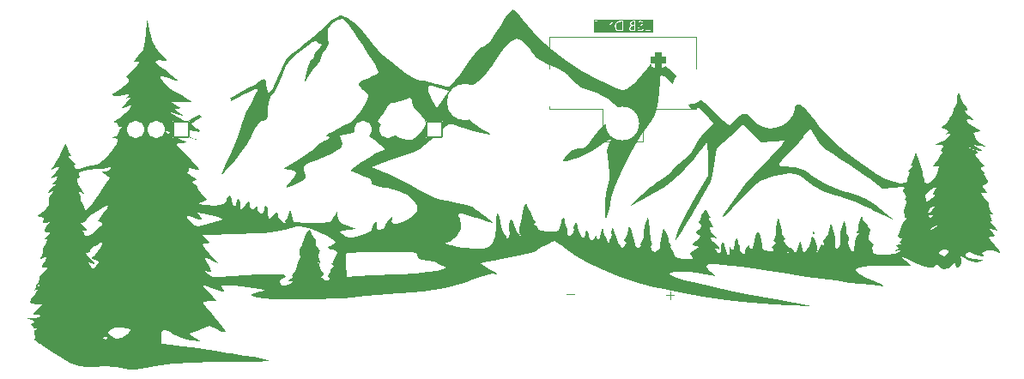
<source format=gbr>
%TF.GenerationSoftware,KiCad,Pcbnew,8.0.4*%
%TF.CreationDate,2025-06-24T22:11:05-05:00*%
%TF.ProjectId,numlocked_HUB,6e756d6c-6f63-46b6-9564-5f4855422e6b,rev?*%
%TF.SameCoordinates,Original*%
%TF.FileFunction,Legend,Bot*%
%TF.FilePolarity,Positive*%
%FSLAX46Y46*%
G04 Gerber Fmt 4.6, Leading zero omitted, Abs format (unit mm)*
G04 Created by KiCad (PCBNEW 8.0.4) date 2025-06-24 22:11:05*
%MOMM*%
%LPD*%
G01*
G04 APERTURE LIST*
G04 Aperture macros list*
%AMRoundRect*
0 Rectangle with rounded corners*
0 $1 Rounding radius*
0 $2 $3 $4 $5 $6 $7 $8 $9 X,Y pos of 4 corners*
0 Add a 4 corners polygon primitive as box body*
4,1,4,$2,$3,$4,$5,$6,$7,$8,$9,$2,$3,0*
0 Add four circle primitives for the rounded corners*
1,1,$1+$1,$2,$3*
1,1,$1+$1,$4,$5*
1,1,$1+$1,$6,$7*
1,1,$1+$1,$8,$9*
0 Add four rect primitives between the rounded corners*
20,1,$1+$1,$2,$3,$4,$5,0*
20,1,$1+$1,$4,$5,$6,$7,0*
20,1,$1+$1,$6,$7,$8,$9,0*
20,1,$1+$1,$8,$9,$2,$3,0*%
G04 Aperture macros list end*
%ADD10C,0.150000*%
%ADD11C,0.100000*%
%ADD12C,0.000000*%
%ADD13C,4.400000*%
%ADD14C,0.650000*%
%ADD15O,1.204000X2.304000*%
%ADD16O,1.204000X2.004000*%
%ADD17RoundRect,0.102000X0.754000X0.754000X-0.754000X0.754000X-0.754000X-0.754000X0.754000X-0.754000X0*%
%ADD18C,1.712000*%
%ADD19C,3.600000*%
%ADD20RoundRect,0.377000X0.377000X0.377000X-0.377000X0.377000X-0.377000X-0.377000X0.377000X-0.377000X0*%
%ADD21C,1.508000*%
%ADD22C,3.340000*%
G04 APERTURE END LIST*
D10*
G36*
X152098534Y-40736210D02*
G01*
X151981786Y-40736210D01*
X151931403Y-40735798D01*
X151874071Y-40734124D01*
X151823011Y-40731161D01*
X151770020Y-40725906D01*
X151719614Y-40717431D01*
X151691137Y-40709832D01*
X151643573Y-40690489D01*
X151600683Y-40665373D01*
X151562469Y-40634483D01*
X151528929Y-40597820D01*
X151511863Y-40574277D01*
X151486453Y-40529348D01*
X151467284Y-40480257D01*
X151454356Y-40427006D01*
X151448242Y-40378051D01*
X151446650Y-40334919D01*
X151449140Y-40280760D01*
X151456610Y-40229658D01*
X151469061Y-40181613D01*
X151489881Y-40129424D01*
X151517480Y-40081395D01*
X151551038Y-40038507D01*
X151589949Y-40001954D01*
X151634212Y-39971736D01*
X151683829Y-39947852D01*
X151714584Y-39937048D01*
X151769661Y-39924225D01*
X151821067Y-39917012D01*
X151870516Y-39912576D01*
X151925976Y-39909570D01*
X151987447Y-39907996D01*
X152027215Y-39907739D01*
X152098534Y-39907739D01*
X152098534Y-40736210D01*
G37*
G36*
X153283600Y-40736210D02*
G01*
X153158548Y-40736210D01*
X153107028Y-40734791D01*
X153057863Y-40729800D01*
X153006795Y-40717555D01*
X152996615Y-40713496D01*
X152952755Y-40686619D01*
X152917804Y-40648580D01*
X152913817Y-40642665D01*
X152891377Y-40595610D01*
X152882676Y-40545121D01*
X152882554Y-40538129D01*
X152888736Y-40487731D01*
X152907283Y-40442417D01*
X152926517Y-40415031D01*
X152964127Y-40380135D01*
X153011010Y-40354581D01*
X153047417Y-40342735D01*
X153096785Y-40334847D01*
X153147876Y-40331320D01*
X153203410Y-40329904D01*
X153226692Y-40329790D01*
X153283600Y-40329790D01*
X153283600Y-40736210D01*
G37*
G36*
X153283600Y-40236001D02*
G01*
X153225959Y-40236001D01*
X153176927Y-40234764D01*
X153125426Y-40229741D01*
X153074735Y-40217434D01*
X153071598Y-40216217D01*
X153027206Y-40190511D01*
X152993196Y-40153447D01*
X152971397Y-40108140D01*
X152964131Y-40058192D01*
X152970966Y-40009695D01*
X152996217Y-39963880D01*
X153012735Y-39947794D01*
X153057077Y-39923385D01*
X153106359Y-39911650D01*
X153160298Y-39907778D01*
X153166852Y-39907739D01*
X153283600Y-39907739D01*
X153283600Y-40236001D01*
G37*
G36*
X155105877Y-40956742D02*
G01*
X149284387Y-40956742D01*
X149284387Y-40830000D01*
X149395498Y-40830000D01*
X149495882Y-40830000D01*
X150359769Y-40830000D01*
X150382484Y-40830000D01*
X151048778Y-40047201D01*
X151048778Y-40830000D01*
X151153314Y-40830000D01*
X151153314Y-40334675D01*
X151344312Y-40334675D01*
X151344322Y-40334919D01*
X151346622Y-40390640D01*
X151353551Y-40444046D01*
X151365100Y-40494894D01*
X151381269Y-40543182D01*
X151402057Y-40588912D01*
X151410013Y-40603586D01*
X151440533Y-40651433D01*
X151474815Y-40693459D01*
X151512861Y-40729665D01*
X151554670Y-40760051D01*
X151580251Y-40774801D01*
X151630124Y-40796309D01*
X151679291Y-40810540D01*
X151734383Y-40820890D01*
X151784819Y-40826550D01*
X151839370Y-40829514D01*
X151874075Y-40830000D01*
X152195498Y-40830000D01*
X152195498Y-40535443D01*
X152777285Y-40535443D01*
X152777504Y-40538129D01*
X152781539Y-40587689D01*
X152794302Y-40636288D01*
X152815573Y-40681241D01*
X152845352Y-40722548D01*
X152866189Y-40744515D01*
X152908007Y-40777824D01*
X152955668Y-40802952D01*
X153009173Y-40819898D01*
X153059685Y-40827912D01*
X153105059Y-40830000D01*
X153382519Y-40830000D01*
X153382519Y-40575254D01*
X153594766Y-40575254D01*
X153599986Y-40628056D01*
X153615648Y-40677287D01*
X153641752Y-40722945D01*
X153678297Y-40765031D01*
X153716560Y-40796437D01*
X153764496Y-40822884D01*
X153816921Y-40839255D01*
X153866473Y-40845316D01*
X153881263Y-40845631D01*
X153931705Y-40841748D01*
X153979442Y-40830098D01*
X154024475Y-40810681D01*
X154048325Y-40796538D01*
X154089457Y-40763531D01*
X154124494Y-40725368D01*
X154153975Y-40685163D01*
X154182357Y-40638601D01*
X154186322Y-40631430D01*
X154100348Y-40579895D01*
X154071346Y-40629430D01*
X154040972Y-40670570D01*
X154002712Y-40708855D01*
X153955580Y-40738241D01*
X153905760Y-40751170D01*
X153891032Y-40751842D01*
X153841756Y-40745919D01*
X153795533Y-40728150D01*
X153754109Y-40698238D01*
X153727634Y-40664403D01*
X153708674Y-40617872D01*
X153704187Y-40579651D01*
X153712796Y-40529153D01*
X153736506Y-40482810D01*
X153738625Y-40479755D01*
X153771460Y-40439673D01*
X153789894Y-40421381D01*
X154325785Y-40421381D01*
X154327058Y-40477900D01*
X154330880Y-40529486D01*
X154338368Y-40582403D01*
X154350769Y-40634234D01*
X154352407Y-40639490D01*
X154371437Y-40684501D01*
X154398852Y-40726112D01*
X154434652Y-40764323D01*
X154458164Y-40784082D01*
X154499823Y-40811010D01*
X154545664Y-40830244D01*
X154595688Y-40841784D01*
X154649895Y-40845631D01*
X154701747Y-40842849D01*
X154750233Y-40834505D01*
X154801524Y-40818156D01*
X154848418Y-40794540D01*
X154859455Y-40787501D01*
X154899450Y-40756086D01*
X154935832Y-40715123D01*
X154963094Y-40668210D01*
X154976203Y-40633628D01*
X154986772Y-40581991D01*
X154991702Y-40530406D01*
X154994113Y-40475577D01*
X154994766Y-40421381D01*
X154994766Y-39813949D01*
X154893893Y-39813949D01*
X154893893Y-40422847D01*
X154893634Y-40471863D01*
X154892430Y-40522661D01*
X154889741Y-40557913D01*
X154879329Y-40606319D01*
X154858157Y-40652481D01*
X154854815Y-40657564D01*
X154819888Y-40694384D01*
X154777306Y-40721291D01*
X154770307Y-40724731D01*
X154723907Y-40742284D01*
X154673578Y-40751180D01*
X154655512Y-40751842D01*
X154606481Y-40746530D01*
X154559525Y-40730593D01*
X154517210Y-40705252D01*
X154482588Y-40671730D01*
X154455722Y-40629965D01*
X154438076Y-40583711D01*
X154437159Y-40580383D01*
X154430147Y-40531356D01*
X154427542Y-40477389D01*
X154426901Y-40422847D01*
X154426901Y-39813949D01*
X154325785Y-39813949D01*
X154325785Y-40421381D01*
X153789894Y-40421381D01*
X153811027Y-40400411D01*
X153853663Y-40363251D01*
X153896161Y-40329317D01*
X153911549Y-40317578D01*
X153955552Y-40283629D01*
X153998425Y-40248732D01*
X154036260Y-40215061D01*
X154068841Y-40179581D01*
X154097048Y-40134978D01*
X154114808Y-40088181D01*
X154122121Y-40039189D01*
X154122330Y-40029127D01*
X154117130Y-39978830D01*
X154101530Y-39932322D01*
X154090823Y-39912135D01*
X154060833Y-39872821D01*
X154022458Y-39841004D01*
X154001919Y-39828848D01*
X153953631Y-39809081D01*
X153902038Y-39799391D01*
X153877110Y-39798318D01*
X153824926Y-39803023D01*
X153775353Y-39817140D01*
X153743754Y-39831779D01*
X153700098Y-39861422D01*
X153663135Y-39895549D01*
X153629338Y-39933346D01*
X153612107Y-39954877D01*
X153694417Y-40017159D01*
X153725114Y-39978292D01*
X153759065Y-39942016D01*
X153791625Y-39916531D01*
X153839204Y-39896782D01*
X153879309Y-39892107D01*
X153928483Y-39899213D01*
X153971727Y-39922597D01*
X153979204Y-39929232D01*
X154008330Y-39970631D01*
X154018039Y-40020579D01*
X154010345Y-40068939D01*
X154004361Y-40084570D01*
X153976411Y-40127597D01*
X153954047Y-40151981D01*
X153915536Y-40183809D01*
X153873264Y-40216095D01*
X153830448Y-40248045D01*
X153823621Y-40253098D01*
X153784579Y-40282657D01*
X153743066Y-40316775D01*
X153701991Y-40354712D01*
X153668841Y-40390640D01*
X153643614Y-40424556D01*
X153617854Y-40471492D01*
X153601635Y-40518571D01*
X153594813Y-40570523D01*
X153594766Y-40575254D01*
X153382519Y-40575254D01*
X153382519Y-39813949D01*
X153183217Y-39813949D01*
X153133308Y-39815305D01*
X153082795Y-39820175D01*
X153034289Y-39829886D01*
X152998569Y-39842281D01*
X152954021Y-39867790D01*
X152917099Y-39901816D01*
X152896720Y-39929232D01*
X152873799Y-39975016D01*
X152861457Y-40024441D01*
X152859188Y-40058192D01*
X152859106Y-40059413D01*
X152864548Y-40111813D01*
X152880873Y-40160262D01*
X152892079Y-40181290D01*
X152923989Y-40222357D01*
X152962531Y-40254253D01*
X152989043Y-40270195D01*
X152943162Y-40288093D01*
X152897550Y-40312090D01*
X152867411Y-40334187D01*
X152831525Y-40371914D01*
X152804012Y-40416404D01*
X152800976Y-40422847D01*
X152784781Y-40469883D01*
X152777655Y-40520380D01*
X152777285Y-40535443D01*
X152195498Y-40535443D01*
X152195498Y-39813949D01*
X151985938Y-39813949D01*
X151931216Y-39814522D01*
X151880379Y-39816239D01*
X151822297Y-39819996D01*
X151770284Y-39825541D01*
X151715882Y-39834557D01*
X151663460Y-39848332D01*
X151656943Y-39850586D01*
X151604063Y-39872673D01*
X151555700Y-39900102D01*
X151511854Y-39932872D01*
X151472524Y-39970982D01*
X151437711Y-40014434D01*
X151427110Y-40030104D01*
X151398972Y-40079732D01*
X151376655Y-40132812D01*
X151362505Y-40179682D01*
X151352398Y-40228949D01*
X151346334Y-40280614D01*
X151344312Y-40334675D01*
X151153314Y-40334675D01*
X151153314Y-39813949D01*
X151131332Y-39813949D01*
X150459420Y-40603342D01*
X150459420Y-39813949D01*
X150359769Y-39813949D01*
X150359769Y-40830000D01*
X149495882Y-40830000D01*
X149495882Y-39907739D01*
X149654640Y-39907739D01*
X149594068Y-39813949D01*
X149395498Y-39813949D01*
X149395498Y-40830000D01*
X149284387Y-40830000D01*
X149284387Y-39687207D01*
X155105877Y-39687207D01*
X155105877Y-40956742D01*
G37*
D11*
X156403884Y-66891466D02*
X157165789Y-66891466D01*
X156784836Y-67272419D02*
X156784836Y-66510514D01*
X146603884Y-66791466D02*
X147365789Y-66791466D01*
D12*
%TO.C,G\u002A\u002A\u002A*%
G36*
X110064516Y-51501935D02*
G01*
X109982581Y-51583871D01*
X109900646Y-51501935D01*
X109982581Y-51420000D01*
X110064516Y-51501935D01*
G37*
G36*
X171024516Y-60760645D02*
G01*
X171012690Y-60847398D01*
X170915269Y-60869892D01*
X170895657Y-60845874D01*
X170915269Y-60651397D01*
X170964559Y-60625760D01*
X171024516Y-60760645D01*
G37*
G36*
X187124839Y-52335205D02*
G01*
X187223163Y-52389095D01*
X187370777Y-52485161D01*
X187521524Y-52583266D01*
X187516246Y-52660702D01*
X187206775Y-52619475D01*
X187109171Y-52599278D01*
X186956183Y-52596074D01*
X187083871Y-52714243D01*
X187132568Y-52749878D01*
X187222649Y-52864520D01*
X187009646Y-52892329D01*
X186926325Y-52898803D01*
X186856271Y-52975456D01*
X186983007Y-53176766D01*
X187329678Y-53550322D01*
X187664882Y-53919142D01*
X187790292Y-54138766D01*
X187690677Y-54205806D01*
X187461219Y-54270951D01*
X187448282Y-54456618D01*
X187698387Y-54684293D01*
X187840272Y-54793814D01*
X187773939Y-54856307D01*
X187773196Y-54856326D01*
X187703235Y-54952678D01*
X187896843Y-55219932D01*
X187904634Y-55228315D01*
X188179230Y-55591951D01*
X188178637Y-55821852D01*
X187903226Y-55960905D01*
X187889231Y-55964596D01*
X187629924Y-56072103D01*
X187627762Y-56123432D01*
X187622773Y-56241883D01*
X187862258Y-56553790D01*
X188025230Y-56747207D01*
X188032583Y-56835662D01*
X187783166Y-56787617D01*
X187682568Y-56764554D01*
X187505033Y-56776958D01*
X187563149Y-56968563D01*
X187742538Y-57222506D01*
X188055792Y-57554930D01*
X188258578Y-57801557D01*
X188229973Y-57975453D01*
X188220785Y-57981800D01*
X188217365Y-58021019D01*
X188202947Y-58186347D01*
X188426761Y-58551748D01*
X188616690Y-58807292D01*
X188663623Y-58940974D01*
X188509772Y-58911466D01*
X188434138Y-58884301D01*
X188303320Y-58892141D01*
X188391047Y-59114850D01*
X188399225Y-59131853D01*
X188509603Y-59361328D01*
X188535246Y-59560057D01*
X188353871Y-59516674D01*
X188320526Y-59523843D01*
X188441538Y-59700514D01*
X188722581Y-60023242D01*
X188725166Y-60026242D01*
X188938970Y-60274395D01*
X189081744Y-60501631D01*
X189009355Y-60539464D01*
X188853728Y-60481470D01*
X188435807Y-60324727D01*
X188327582Y-60295680D01*
X188320292Y-60378256D01*
X188546307Y-60652469D01*
X188639319Y-60754789D01*
X188831795Y-60989204D01*
X188812140Y-61075862D01*
X188587275Y-61088387D01*
X188544367Y-61088683D01*
X188310311Y-61121783D01*
X188269199Y-61243393D01*
X188433893Y-61501333D01*
X188817256Y-61943421D01*
X189147789Y-62340337D01*
X189302546Y-62617983D01*
X189217332Y-62696648D01*
X188890876Y-62565593D01*
X188530556Y-62466940D01*
X188057486Y-62483401D01*
X187688723Y-62618003D01*
X187668604Y-62650292D01*
X187583909Y-62786216D01*
X187780323Y-62946310D01*
X187820411Y-63004662D01*
X187608314Y-63041901D01*
X187202225Y-62977830D01*
X186743179Y-62802335D01*
X186358787Y-62654092D01*
X186045417Y-62690643D01*
X185936775Y-62970782D01*
X185963621Y-63043662D01*
X186258515Y-63198384D01*
X186879033Y-63318099D01*
X186897424Y-63320500D01*
X187402011Y-63391390D01*
X187616657Y-63445788D01*
X187575899Y-63505434D01*
X187314276Y-63592070D01*
X187025551Y-63651164D01*
X186621743Y-63605722D01*
X186103152Y-63383859D01*
X185399042Y-63024649D01*
X185497179Y-63399926D01*
X185507941Y-63728672D01*
X185359867Y-64061765D01*
X185097355Y-64201935D01*
X185010407Y-64130273D01*
X184953549Y-63852094D01*
X184953539Y-63839242D01*
X184935695Y-63633014D01*
X184842730Y-63659726D01*
X184613913Y-63934029D01*
X184212381Y-64281386D01*
X183772173Y-64329191D01*
X183327509Y-64050734D01*
X183227009Y-63954531D01*
X183031842Y-63841346D01*
X182922975Y-63968799D01*
X182736630Y-64151286D01*
X182303073Y-64177508D01*
X181661202Y-64001908D01*
X180834932Y-63628387D01*
X180177984Y-63297384D01*
X179765230Y-63114945D01*
X179613030Y-63094159D01*
X179709713Y-63233605D01*
X180043610Y-63531859D01*
X180610968Y-64008880D01*
X178234839Y-63987293D01*
X177546723Y-63984527D01*
X176582847Y-64000653D01*
X175892386Y-64047478D01*
X175441319Y-64129725D01*
X175195628Y-64252114D01*
X175121291Y-64419366D01*
X175221857Y-64627098D01*
X175549694Y-64871781D01*
X176134465Y-65167647D01*
X177005807Y-65532197D01*
X177158289Y-65593702D01*
X177606205Y-65794638D01*
X177844846Y-65937058D01*
X177825162Y-65993357D01*
X177795705Y-65993762D01*
X177341583Y-65970718D01*
X176609838Y-65902513D01*
X175642276Y-65794442D01*
X174480700Y-65651800D01*
X173166913Y-65479882D01*
X171742718Y-65283982D01*
X170249921Y-65069395D01*
X168730323Y-64841417D01*
X168418893Y-64793699D01*
X166598353Y-64516637D01*
X165071974Y-64289076D01*
X163814307Y-64108732D01*
X162799905Y-63973324D01*
X162003321Y-63880570D01*
X161399106Y-63828188D01*
X160961812Y-63813896D01*
X160665993Y-63835412D01*
X160486201Y-63890454D01*
X160396987Y-63976740D01*
X160372904Y-64091989D01*
X160375157Y-64111765D01*
X160520367Y-64342248D01*
X160822605Y-64630138D01*
X161272306Y-64988717D01*
X159798411Y-64752373D01*
X159466449Y-64702851D01*
X158615769Y-64609182D01*
X157855478Y-64570046D01*
X157243845Y-64585007D01*
X156839137Y-64653631D01*
X156699624Y-64775483D01*
X156701572Y-64787451D01*
X156898266Y-64963641D01*
X157413923Y-65179567D01*
X158249424Y-65435440D01*
X159405652Y-65731475D01*
X160883490Y-66067884D01*
X162683820Y-66444879D01*
X164807524Y-66862673D01*
X167255484Y-67321480D01*
X170778710Y-67968503D01*
X168484516Y-67875434D01*
X167071737Y-67800587D01*
X164745667Y-67612736D01*
X162356420Y-67349344D01*
X160001487Y-67023028D01*
X157778356Y-66646401D01*
X155784516Y-66232078D01*
X155240560Y-66101356D01*
X153385559Y-65589178D01*
X151631861Y-65004417D01*
X150024595Y-64366149D01*
X148608890Y-63693452D01*
X147429875Y-63005403D01*
X146532679Y-62321080D01*
X146097029Y-61962669D01*
X145670904Y-61685934D01*
X145380056Y-61580000D01*
X145127840Y-61642671D01*
X144675064Y-61848209D01*
X144159435Y-62147262D01*
X143856467Y-62333579D01*
X143487936Y-62524789D01*
X143072960Y-62688363D01*
X142556103Y-62840167D01*
X141881924Y-62996070D01*
X140994986Y-63171940D01*
X139839848Y-63383645D01*
X139388177Y-63467725D01*
X138773321Y-63593107D01*
X138333943Y-63696739D01*
X138143876Y-63762145D01*
X138188699Y-63843964D01*
X138455360Y-64034300D01*
X138736176Y-64190385D01*
X138889513Y-64275614D01*
X138974410Y-64319072D01*
X139457689Y-64591392D01*
X139694011Y-64774287D01*
X139667365Y-64849959D01*
X139361743Y-64800608D01*
X139331168Y-64794559D01*
X138947575Y-64829696D01*
X138337218Y-64997302D01*
X137557328Y-65282104D01*
X136536844Y-65659974D01*
X134540161Y-66221479D01*
X132435876Y-66576121D01*
X130138710Y-66740666D01*
X130004340Y-66745108D01*
X128935980Y-66796189D01*
X127823077Y-66872612D01*
X126789721Y-66964799D01*
X125960000Y-67063174D01*
X125415583Y-67127517D01*
X124502726Y-67200270D01*
X123436430Y-67256375D01*
X122270107Y-67295695D01*
X121057165Y-67318092D01*
X119851016Y-67323428D01*
X118705069Y-67311567D01*
X117672735Y-67282369D01*
X116807425Y-67235698D01*
X116162547Y-67171416D01*
X115791512Y-67089385D01*
X115583474Y-66999656D01*
X115422007Y-66899253D01*
X115477036Y-66815265D01*
X115782803Y-66717469D01*
X116373549Y-66575643D01*
X116865162Y-66460824D01*
X116465513Y-66308441D01*
X116259776Y-66256851D01*
X115790276Y-66181670D01*
X115166774Y-66104395D01*
X114469107Y-66032407D01*
X113777110Y-65973088D01*
X113170620Y-65933816D01*
X112729474Y-65921974D01*
X112533506Y-65944941D01*
X112524514Y-66005109D01*
X112656409Y-66203892D01*
X112796041Y-66364993D01*
X112822985Y-66530035D01*
X112579991Y-66543018D01*
X112079640Y-66404776D01*
X111334516Y-66116145D01*
X111186348Y-66056035D01*
X110853039Y-65942773D01*
X110720000Y-65934603D01*
X110794839Y-66051002D01*
X111039896Y-66347209D01*
X111396355Y-66745596D01*
X112072709Y-67479354D01*
X111396355Y-67479354D01*
X111231247Y-67482473D01*
X110865795Y-67518589D01*
X110720000Y-67582173D01*
X110791156Y-67701221D01*
X111037272Y-68026118D01*
X111417759Y-68498083D01*
X111889227Y-69062194D01*
X112288735Y-69547447D01*
X112661326Y-70035789D01*
X112894980Y-70387131D01*
X112950793Y-70547057D01*
X112866508Y-70562079D01*
X112550936Y-70483482D01*
X112109419Y-70298251D01*
X111375705Y-69941786D01*
X110532017Y-70258024D01*
X110351401Y-70325724D01*
X109327097Y-70709662D01*
X109900646Y-71074124D01*
X110474194Y-71438586D01*
X109515868Y-71329687D01*
X108821332Y-71194639D01*
X107804108Y-70742975D01*
X107482387Y-70544821D01*
X107035154Y-70320863D01*
X106774594Y-70312269D01*
X106653140Y-70528554D01*
X106623226Y-70979236D01*
X106623226Y-71693311D01*
X107647420Y-71794473D01*
X108065985Y-71844516D01*
X108763713Y-71938990D01*
X109677728Y-72069178D01*
X110753502Y-72227179D01*
X111936509Y-72405092D01*
X113172220Y-72595016D01*
X113586416Y-72659479D01*
X114811946Y-72852293D01*
X115748958Y-73004882D01*
X116425081Y-73123451D01*
X116867942Y-73214206D01*
X117105169Y-73283352D01*
X117164389Y-73337096D01*
X117073229Y-73381642D01*
X116859317Y-73423197D01*
X116826158Y-73428039D01*
X116376644Y-73464771D01*
X115672544Y-73492733D01*
X114779229Y-73510558D01*
X113762074Y-73516883D01*
X112686452Y-73510341D01*
X111716854Y-73506918D01*
X109634204Y-73560462D01*
X107707896Y-73694779D01*
X105992749Y-73905311D01*
X104543583Y-74187498D01*
X104486337Y-74201314D01*
X104166990Y-74265668D01*
X103862357Y-74285620D01*
X103488635Y-74255141D01*
X102962020Y-74168199D01*
X102198710Y-74018764D01*
X101870926Y-73966405D01*
X101166254Y-73916405D01*
X100560000Y-73944159D01*
X100368973Y-73970147D01*
X99338139Y-74032024D01*
X98446052Y-73910433D01*
X97581240Y-73578886D01*
X96632235Y-73010899D01*
X96048389Y-72622890D01*
X95299184Y-72137696D01*
X94641462Y-71723867D01*
X94612284Y-71705848D01*
X94158342Y-71401506D01*
X93863071Y-71158291D01*
X93821398Y-71084516D01*
X100887742Y-71084516D01*
X100919009Y-71162830D01*
X101143220Y-71248387D01*
X101260270Y-71224806D01*
X101297420Y-71084516D01*
X101263879Y-71039762D01*
X101041942Y-70920645D01*
X101005357Y-70925335D01*
X100887742Y-71084516D01*
X93821398Y-71084516D01*
X93789144Y-71027415D01*
X93791094Y-70964177D01*
X93581828Y-70920032D01*
X93461122Y-70904012D01*
X93491657Y-70805857D01*
X93796405Y-70597379D01*
X101297420Y-70597379D01*
X101684284Y-70922883D01*
X101734702Y-70963964D01*
X101978594Y-71084516D01*
X102245705Y-71216545D01*
X102747793Y-71148285D01*
X103263871Y-70756774D01*
X103384962Y-70624183D01*
X103576875Y-70364514D01*
X103581304Y-70258024D01*
X103529846Y-70253107D01*
X103208978Y-70203479D01*
X102750774Y-70119720D01*
X102423209Y-70069752D01*
X102025413Y-70099369D01*
X101685613Y-70292966D01*
X101297420Y-70597379D01*
X93796405Y-70597379D01*
X93800323Y-70594699D01*
X94136820Y-70376897D01*
X94304033Y-70218672D01*
X94173414Y-70191569D01*
X93743989Y-70290316D01*
X93290554Y-70388586D01*
X93100943Y-70355533D01*
X93207856Y-70184080D01*
X93611888Y-69876093D01*
X93910115Y-69660397D01*
X94049393Y-69476287D01*
X93894917Y-69350400D01*
X93431613Y-69228603D01*
X93365783Y-69199553D01*
X93502146Y-69160340D01*
X93882258Y-69137073D01*
X94115625Y-69124039D01*
X94510766Y-69051116D01*
X94660646Y-68935081D01*
X94595448Y-68841558D01*
X94332904Y-68837804D01*
X94191356Y-68864066D01*
X94023257Y-68798843D01*
X94107279Y-68571255D01*
X94438768Y-68208949D01*
X94872374Y-67807096D01*
X94274897Y-67807096D01*
X93883003Y-67764630D01*
X93694617Y-67599180D01*
X93777442Y-67286674D01*
X94128065Y-66803796D01*
X94371866Y-66494350D01*
X94422068Y-66358425D01*
X94268757Y-66385297D01*
X94219610Y-66403595D01*
X94054075Y-66431862D01*
X94144432Y-66279964D01*
X94226777Y-66145816D01*
X94226092Y-65952328D01*
X94224357Y-65944558D01*
X94361890Y-65944558D01*
X94496775Y-66004516D01*
X94583527Y-65992689D01*
X94606022Y-65895268D01*
X94582004Y-65875656D01*
X94387527Y-65895268D01*
X94361890Y-65944558D01*
X94224357Y-65944558D01*
X94210397Y-65882043D01*
X94379479Y-65749603D01*
X94512552Y-65644111D01*
X94576965Y-65339970D01*
X94622228Y-65067396D01*
X94883353Y-64738417D01*
X95048951Y-64601129D01*
X95329945Y-64311111D01*
X95368807Y-64152758D01*
X95152485Y-64154394D01*
X94881978Y-64161452D01*
X94859521Y-63969922D01*
X95087038Y-63572316D01*
X95157254Y-63463490D01*
X95261701Y-63177266D01*
X95170284Y-63076116D01*
X94910412Y-63215423D01*
X94754276Y-63314502D01*
X94660646Y-63248446D01*
X94667244Y-63195887D01*
X94827190Y-62971251D01*
X94879009Y-62926715D01*
X94897642Y-62766765D01*
X99170573Y-62766765D01*
X99230751Y-62916669D01*
X99535807Y-63221203D01*
X99807447Y-63479434D01*
X100031463Y-63740876D01*
X100010972Y-63822079D01*
X99740646Y-63710322D01*
X99532731Y-63628192D01*
X99418115Y-63663589D01*
X99462053Y-63792661D01*
X99638541Y-64075642D01*
X99790470Y-64240534D01*
X99950649Y-64226575D01*
X100208377Y-63981550D01*
X100438892Y-63655202D01*
X100388593Y-63450468D01*
X100041076Y-63382580D01*
X99876614Y-63355664D01*
X99740646Y-63218709D01*
X99744641Y-63180170D01*
X99882740Y-63054838D01*
X99890019Y-63053871D01*
X100053979Y-62911995D01*
X100308939Y-62600162D01*
X100581692Y-62219935D01*
X100799028Y-61872878D01*
X100802147Y-61865412D01*
X110690049Y-61865412D01*
X110741518Y-62014964D01*
X110967551Y-62302172D01*
X111390175Y-62780295D01*
X112242856Y-63734783D01*
X111625286Y-63476746D01*
X111486673Y-63419618D01*
X111116919Y-63276162D01*
X110931784Y-63218709D01*
X110931894Y-63268612D01*
X111042244Y-63527997D01*
X111255986Y-63934628D01*
X111454779Y-64296571D01*
X111556331Y-64533156D01*
X111506518Y-64602370D01*
X111310964Y-64569086D01*
X110965807Y-64487626D01*
X111293549Y-64827501D01*
X111317278Y-64851867D01*
X111487042Y-64996231D01*
X111694031Y-65078338D01*
X112010443Y-65105359D01*
X112508476Y-65084463D01*
X113260328Y-65022821D01*
X113625874Y-64993072D01*
X114816905Y-64920014D01*
X116116640Y-64868041D01*
X117380249Y-64842050D01*
X118462904Y-64846936D01*
X118679746Y-64879864D01*
X118888258Y-64996903D01*
X118907382Y-65124954D01*
X118685275Y-65185161D01*
X118474478Y-65285195D01*
X118320184Y-65563990D01*
X118349140Y-65855433D01*
X118411282Y-65895268D01*
X118551268Y-65985004D01*
X118927541Y-65964155D01*
X119332873Y-65763921D01*
X119510710Y-65624723D01*
X119550779Y-65533917D01*
X119323226Y-65512308D01*
X119156008Y-65498188D01*
X119143149Y-65432268D01*
X119405162Y-65267096D01*
X119425937Y-65255035D01*
X119628001Y-65095928D01*
X119578680Y-65027097D01*
X119545938Y-65025877D01*
X119437687Y-64977608D01*
X119599993Y-64816451D01*
X119803205Y-64544069D01*
X120006251Y-64058718D01*
X120104323Y-63628387D01*
X122027097Y-63628387D01*
X122109033Y-63710322D01*
X122190968Y-63628387D01*
X122109033Y-63546451D01*
X122027097Y-63628387D01*
X120104323Y-63628387D01*
X120129220Y-63519139D01*
X120133149Y-63499160D01*
X120262500Y-63289973D01*
X120316313Y-63125858D01*
X120285169Y-62782576D01*
X120262278Y-62497124D01*
X120360378Y-62187298D01*
X120488527Y-61954866D01*
X120611025Y-61548315D01*
X120635126Y-61431282D01*
X120796012Y-60943627D01*
X121005766Y-60577334D01*
X121210386Y-60432903D01*
X121338598Y-60535722D01*
X121468192Y-60842580D01*
X121566164Y-61113706D01*
X121689808Y-61252258D01*
X121746843Y-61279323D01*
X121835914Y-61498064D01*
X121846401Y-61592052D01*
X121890538Y-61982625D01*
X121920840Y-62086347D01*
X122143411Y-62307936D01*
X122283264Y-62444349D01*
X122192269Y-62724665D01*
X122108618Y-62950314D01*
X122185646Y-63372635D01*
X122264068Y-63572928D01*
X122245985Y-63628387D01*
X122192952Y-63791032D01*
X122174272Y-63807484D01*
X122185356Y-64024502D01*
X122393413Y-64382933D01*
X122592464Y-64677052D01*
X122646677Y-64886389D01*
X122514776Y-65027189D01*
X122377266Y-65139720D01*
X122487413Y-65182652D01*
X122571825Y-65197171D01*
X122617917Y-65321086D01*
X122623527Y-65388966D01*
X122803962Y-65431504D01*
X123070042Y-65399433D01*
X123280103Y-65297746D01*
X123307357Y-65261952D01*
X123228818Y-65185161D01*
X123153432Y-65157429D01*
X123064947Y-64939354D01*
X123081364Y-64826535D01*
X123211177Y-64693548D01*
X123252764Y-64686069D01*
X123267605Y-64548245D01*
X123262024Y-64426562D01*
X123429561Y-64194000D01*
X123588295Y-64000461D01*
X123468725Y-63850200D01*
X123346117Y-63750712D01*
X123460968Y-63712831D01*
X123571778Y-63664270D01*
X123665807Y-63415354D01*
X123688052Y-63252363D01*
X123848174Y-62938020D01*
X123902890Y-62824768D01*
X124790516Y-62824768D01*
X124791173Y-63114024D01*
X124816183Y-63546451D01*
X124851990Y-64089518D01*
X124878118Y-64652580D01*
X124903836Y-64963588D01*
X125000047Y-65175271D01*
X125176240Y-65094943D01*
X125250128Y-65077136D01*
X125607633Y-65040927D01*
X126217709Y-64998770D01*
X127033569Y-64953421D01*
X128008424Y-64907633D01*
X129095487Y-64864164D01*
X130152127Y-64820410D01*
X131660209Y-64734272D01*
X132857994Y-64630643D01*
X133756162Y-64508260D01*
X134365395Y-64365863D01*
X134696371Y-64202187D01*
X134706728Y-64190385D01*
X134627296Y-64080959D01*
X134316801Y-63980585D01*
X134275173Y-63971687D01*
X133971325Y-63856371D01*
X133898392Y-63725452D01*
X133802428Y-63633552D01*
X133453717Y-63537482D01*
X132926027Y-63458630D01*
X132384143Y-63391106D01*
X132044553Y-63308070D01*
X131893644Y-63183842D01*
X131859355Y-62986528D01*
X131859355Y-62984788D01*
X131851907Y-62867483D01*
X131802383Y-62779369D01*
X131669974Y-62716397D01*
X131413870Y-62674516D01*
X130993262Y-62649676D01*
X130367341Y-62637829D01*
X129495298Y-62634923D01*
X128336323Y-62636909D01*
X127229800Y-62645274D01*
X126199823Y-62667821D01*
X125436729Y-62703285D01*
X125243485Y-62722528D01*
X124960753Y-62750682D01*
X124792130Y-62809032D01*
X124790516Y-62824768D01*
X123902890Y-62824768D01*
X123952285Y-62722528D01*
X123832648Y-62496249D01*
X123501936Y-62399354D01*
X123324073Y-62374577D01*
X123092258Y-62235483D01*
X123064671Y-62173864D01*
X123133202Y-62071612D01*
X123283813Y-62024820D01*
X123582724Y-61846909D01*
X123690997Y-61761825D01*
X123761960Y-61628064D01*
X123626044Y-61470066D01*
X123245335Y-61217047D01*
X122924772Y-61031174D01*
X122205083Y-60685683D01*
X121441178Y-60389678D01*
X120741446Y-60182917D01*
X120214275Y-60105161D01*
X119955820Y-60129794D01*
X119410549Y-60245253D01*
X118819525Y-60423310D01*
X118748072Y-60447746D01*
X118366085Y-60555057D01*
X117908336Y-60640300D01*
X117324432Y-60708331D01*
X116563977Y-60764007D01*
X115576577Y-60812184D01*
X114311837Y-60857720D01*
X110709340Y-60973981D01*
X111047742Y-61334193D01*
X111059227Y-61346418D01*
X111354343Y-61660555D01*
X111409114Y-61718856D01*
X110973304Y-61772331D01*
X110791116Y-61800256D01*
X110690049Y-61865412D01*
X100802147Y-61865412D01*
X100887742Y-61660555D01*
X100853408Y-61651343D01*
X100618210Y-61741519D01*
X100233521Y-61943816D01*
X100041583Y-62062437D01*
X99709852Y-62324786D01*
X99578037Y-62522258D01*
X99533701Y-62631306D01*
X99290000Y-62731900D01*
X99170573Y-62766765D01*
X94897642Y-62766765D01*
X94902927Y-62721393D01*
X94890953Y-62653442D01*
X94963395Y-62344232D01*
X95146939Y-61918168D01*
X95239113Y-61735359D01*
X95372714Y-61430476D01*
X95357661Y-61334193D01*
X98921291Y-61334193D01*
X99003226Y-61416129D01*
X99085162Y-61334193D01*
X99003226Y-61252258D01*
X98921291Y-61334193D01*
X95357661Y-61334193D01*
X95355921Y-61323061D01*
X95194105Y-61348212D01*
X95134405Y-61364332D01*
X95066408Y-61338737D01*
X95275162Y-61159547D01*
X95480162Y-60971255D01*
X95629018Y-60757099D01*
X95640652Y-60632149D01*
X95480000Y-60678709D01*
X95350411Y-60739664D01*
X95160126Y-60698850D01*
X95138124Y-60466598D01*
X95307349Y-60117492D01*
X95632244Y-59661219D01*
X95187412Y-59745735D01*
X94962890Y-59781792D01*
X94843585Y-59746254D01*
X94905656Y-59651033D01*
X98507528Y-59651033D01*
X98554312Y-59717680D01*
X98793473Y-59941290D01*
X98986797Y-60126844D01*
X99209644Y-60411879D01*
X99221088Y-60563622D01*
X99005624Y-60538434D01*
X98934978Y-60513723D01*
X98844989Y-60537900D01*
X98963107Y-60766708D01*
X99003167Y-60828663D01*
X99187879Y-61023373D01*
X99407690Y-61035342D01*
X99727669Y-60847760D01*
X100212889Y-60443814D01*
X100581839Y-60110747D01*
X100767036Y-59897241D01*
X100756399Y-59780471D01*
X100578990Y-59701510D01*
X100400797Y-59630840D01*
X100352483Y-59520028D01*
X100479824Y-59305759D01*
X100653191Y-59097175D01*
X109117743Y-59097175D01*
X109191673Y-59274312D01*
X109521627Y-59645549D01*
X109596888Y-59720356D01*
X109945654Y-59989996D01*
X110218079Y-60092636D01*
X110492145Y-60043998D01*
X110954224Y-59928613D01*
X111500582Y-59775916D01*
X112030683Y-59615201D01*
X112443994Y-59475765D01*
X112639978Y-59386903D01*
X112626333Y-59344327D01*
X112393707Y-59234071D01*
X111960122Y-59099836D01*
X111403543Y-58964376D01*
X110801936Y-58850447D01*
X110146452Y-58745704D01*
X110458624Y-59097691D01*
X110619187Y-59319515D01*
X110578116Y-59435809D01*
X110275592Y-59400483D01*
X109695807Y-59215988D01*
X109308150Y-59093634D01*
X109117743Y-59097175D01*
X100653191Y-59097175D01*
X100803198Y-58916697D01*
X100887057Y-58817717D01*
X101241853Y-58356149D01*
X101353473Y-58109384D01*
X101221814Y-58078950D01*
X100846775Y-58266375D01*
X100315000Y-58579975D01*
X99781613Y-58888621D01*
X99700954Y-58937144D01*
X99379367Y-59192896D01*
X99249033Y-59408216D01*
X99143938Y-59626463D01*
X98858831Y-59745773D01*
X98544103Y-59672849D01*
X98507528Y-59651033D01*
X94905656Y-59651033D01*
X94961881Y-59564780D01*
X95052695Y-59440062D01*
X95039050Y-59294912D01*
X94748355Y-59190677D01*
X94315528Y-59082044D01*
X94897764Y-58686404D01*
X95296055Y-58360484D01*
X95493675Y-57985549D01*
X95510748Y-57458353D01*
X95534982Y-57288666D01*
X95730591Y-56987642D01*
X95858169Y-56854815D01*
X95971613Y-56611031D01*
X95943133Y-56533022D01*
X95774968Y-56631096D01*
X95662478Y-56722828D01*
X95406258Y-56823333D01*
X95382076Y-56791865D01*
X95507494Y-56608532D01*
X95807742Y-56316820D01*
X96013586Y-56127059D01*
X96165895Y-55934608D01*
X96057404Y-55920649D01*
X95871851Y-55964407D01*
X95888078Y-55877227D01*
X96126937Y-55607808D01*
X96142410Y-55589616D01*
X98298339Y-55589616D01*
X98433678Y-55981666D01*
X98741148Y-56500000D01*
X98855333Y-56671743D01*
X98968868Y-56878702D01*
X98914240Y-56868709D01*
X98646899Y-56684523D01*
X98512249Y-56718370D01*
X98582018Y-56970066D01*
X98659837Y-57170657D01*
X98647521Y-57374630D01*
X98648223Y-57545858D01*
X98798568Y-57853651D01*
X98973966Y-58165872D01*
X99107539Y-58511950D01*
X99184197Y-58537170D01*
X99425298Y-58318342D01*
X99823583Y-57825420D01*
X100374656Y-57063431D01*
X100452960Y-56951217D01*
X100888517Y-56315857D01*
X101234058Y-55792981D01*
X101456248Y-55434105D01*
X101521752Y-55290746D01*
X101363660Y-55180072D01*
X101056119Y-54970822D01*
X100650947Y-54697419D01*
X101079554Y-54697419D01*
X101384032Y-54635237D01*
X101606598Y-54440897D01*
X101624095Y-54391007D01*
X101599280Y-54255151D01*
X101340349Y-54300122D01*
X101238118Y-54327361D01*
X100778584Y-54403878D01*
X100235251Y-54452066D01*
X100088025Y-54460883D01*
X99474244Y-54522561D01*
X98955798Y-54607280D01*
X98726992Y-54667641D01*
X98509995Y-54808026D01*
X98516196Y-55039600D01*
X98542082Y-55226555D01*
X98433537Y-55352903D01*
X98349240Y-55376462D01*
X98298339Y-55589616D01*
X96142410Y-55589616D01*
X96262427Y-55448506D01*
X96347955Y-55236381D01*
X96173601Y-55203489D01*
X95756001Y-55360905D01*
X95662096Y-55378710D01*
X95748793Y-55238530D01*
X96039889Y-54951223D01*
X96189001Y-54808684D01*
X96466637Y-54474692D01*
X96553890Y-54253714D01*
X96444013Y-54191778D01*
X96130255Y-54334913D01*
X95953974Y-54438812D01*
X95723519Y-54524912D01*
X95742025Y-54403499D01*
X96013356Y-54082903D01*
X96232935Y-53796978D01*
X96548712Y-53253294D01*
X96822402Y-52649032D01*
X96947138Y-52333712D01*
X97108672Y-51986679D01*
X97204626Y-51906394D01*
X97256804Y-52063466D01*
X97362484Y-52431527D01*
X97584546Y-52876483D01*
X97608638Y-52914038D01*
X97721046Y-53144516D01*
X97651291Y-53165603D01*
X97597298Y-53134266D01*
X97441426Y-53097758D01*
X97463141Y-53217841D01*
X97626047Y-53423030D01*
X97893750Y-53641838D01*
X97929929Y-53666013D01*
X98170908Y-53883404D01*
X98132717Y-54004363D01*
X98018171Y-54083254D01*
X98100501Y-54286013D01*
X98265986Y-54399549D01*
X98546519Y-54396052D01*
X99034675Y-54270077D01*
X99260389Y-54206507D01*
X99781539Y-54088670D01*
X100157179Y-54041935D01*
X100414782Y-53953412D01*
X100855209Y-53598303D01*
X101442103Y-52963668D01*
X101784405Y-52551128D01*
X102171971Y-52019656D01*
X102331633Y-51670245D01*
X102272253Y-51478494D01*
X102002693Y-51420000D01*
X101874630Y-51415992D01*
X101772830Y-51363375D01*
X101867077Y-51201243D01*
X101906950Y-51158476D01*
X107968906Y-51158476D01*
X108052414Y-51254032D01*
X108425807Y-51458982D01*
X109163226Y-51826802D01*
X108630646Y-51879590D01*
X108589638Y-51883745D01*
X108241347Y-51927980D01*
X108098779Y-51962963D01*
X108152337Y-52028362D01*
X108388663Y-52288162D01*
X108770221Y-52697595D01*
X109249469Y-53205331D01*
X109593253Y-53575026D01*
X109991723Y-54027480D01*
X110249447Y-54351576D01*
X110322282Y-54494278D01*
X110314457Y-54499877D01*
X110100064Y-54493025D01*
X109728676Y-54391409D01*
X109470323Y-54309367D01*
X109291103Y-54303197D01*
X109297551Y-54391007D01*
X109301428Y-54443810D01*
X109320209Y-54561477D01*
X109194988Y-54742569D01*
X109167215Y-54783379D01*
X109308747Y-54940269D01*
X109654839Y-55155591D01*
X109862837Y-55274988D01*
X110072020Y-55441182D01*
X110033220Y-55509531D01*
X110023220Y-55509845D01*
X109713534Y-55607535D01*
X109676030Y-55803292D01*
X109931085Y-55999386D01*
X110151183Y-56104898D01*
X110173650Y-56161870D01*
X110159982Y-56213224D01*
X110284274Y-56452408D01*
X110549162Y-56818944D01*
X111061347Y-57465630D01*
X110621775Y-57695945D01*
X110516962Y-57751901D01*
X110371891Y-57853452D01*
X110425389Y-57917835D01*
X110720233Y-57965257D01*
X111299202Y-58015922D01*
X111694366Y-58037663D01*
X112419199Y-57997109D01*
X112863344Y-57832005D01*
X113014194Y-57545807D01*
X113047936Y-57421835D01*
X113248814Y-57164768D01*
X113366973Y-57088274D01*
X113476446Y-57157106D01*
X113535588Y-57500792D01*
X113541372Y-57550332D01*
X113644022Y-57900365D01*
X113797300Y-58095460D01*
X113936626Y-58088982D01*
X113997420Y-57834294D01*
X114022835Y-57632363D01*
X114143810Y-57412094D01*
X114153340Y-57407022D01*
X114287106Y-57483986D01*
X114394064Y-57749988D01*
X114439650Y-58075595D01*
X114432999Y-58109384D01*
X114389301Y-58331376D01*
X114362279Y-58416456D01*
X114507190Y-58436141D01*
X114680880Y-58315866D01*
X114896601Y-58005205D01*
X115050843Y-57752948D01*
X115229105Y-57650901D01*
X115328871Y-57810967D01*
X115333086Y-57845174D01*
X115369839Y-58166021D01*
X115377814Y-58206695D01*
X115515191Y-58382024D01*
X115704505Y-58435504D01*
X115800000Y-58316236D01*
X115806951Y-58265176D01*
X115963871Y-58138709D01*
X116059117Y-58200166D01*
X116127742Y-58466451D01*
X116181605Y-58678319D01*
X116455484Y-58794193D01*
X116662669Y-58743110D01*
X116783226Y-58476122D01*
X116786209Y-58365102D01*
X116849199Y-58092291D01*
X116959872Y-58087758D01*
X117072860Y-58317341D01*
X117142793Y-58746877D01*
X117183907Y-59386903D01*
X117192904Y-59526956D01*
X117643549Y-59039346D01*
X117723445Y-58953420D01*
X117968720Y-58714410D01*
X118072651Y-58700760D01*
X118094194Y-58893373D01*
X118157066Y-59159031D01*
X118393871Y-59506215D01*
X118433124Y-59540914D01*
X118708965Y-59734237D01*
X118865416Y-59764241D01*
X118831613Y-59613548D01*
X118805144Y-59550841D01*
X118890857Y-59449677D01*
X118897052Y-59449314D01*
X119040112Y-59295422D01*
X119161929Y-58946346D01*
X119199755Y-58784546D01*
X119292176Y-58534964D01*
X119374869Y-58605731D01*
X119465791Y-59000020D01*
X119544333Y-59333557D01*
X119649297Y-59610845D01*
X119721962Y-59649925D01*
X120062108Y-59708060D01*
X120598762Y-59748514D01*
X121247456Y-59770329D01*
X121923722Y-59772545D01*
X122543093Y-59754203D01*
X123021101Y-59714343D01*
X123273277Y-59652006D01*
X123282346Y-59645606D01*
X123485535Y-59412684D01*
X123717361Y-59040000D01*
X123757779Y-58964574D01*
X123914048Y-58695360D01*
X123975497Y-58698166D01*
X123992199Y-58958064D01*
X123993117Y-58983510D01*
X124124505Y-59488412D01*
X124495327Y-59853466D01*
X125147345Y-60120707D01*
X125878065Y-60331211D01*
X125106565Y-60429793D01*
X125078311Y-60433433D01*
X124514172Y-60529804D01*
X124261272Y-60642988D01*
X124303730Y-60791628D01*
X124625666Y-60994368D01*
X124654802Y-61009225D01*
X125053990Y-61176343D01*
X125337346Y-61236192D01*
X125448793Y-61222269D01*
X125869327Y-61124544D01*
X126370009Y-60968461D01*
X126851641Y-60789748D01*
X127215024Y-60624134D01*
X127360959Y-60507347D01*
X127364496Y-60460949D01*
X127457862Y-60079600D01*
X127622207Y-59752419D01*
X127792728Y-59613548D01*
X127887588Y-59718303D01*
X127886344Y-60023225D01*
X127874709Y-60297806D01*
X128017709Y-60432903D01*
X128221444Y-60415668D01*
X128600535Y-60248471D01*
X128745807Y-59949155D01*
X128838409Y-59675692D01*
X129099275Y-59352172D01*
X129335322Y-59153453D01*
X129410641Y-59162159D01*
X129357802Y-59418733D01*
X129332095Y-59625827D01*
X129466070Y-59862063D01*
X129831343Y-59881609D01*
X130415686Y-59681428D01*
X130925514Y-59428332D01*
X131527589Y-59006759D01*
X131819581Y-58572236D01*
X131812191Y-58104349D01*
X131516123Y-57582688D01*
X130975201Y-57088668D01*
X130080436Y-56642696D01*
X128900839Y-56328442D01*
X128741210Y-56298534D01*
X128098924Y-56173579D01*
X127700831Y-56076012D01*
X127481584Y-55979051D01*
X127375834Y-55855914D01*
X127318233Y-55679818D01*
X127244889Y-55488961D01*
X127109000Y-55352903D01*
X126974780Y-55316770D01*
X126608513Y-55177845D01*
X126118461Y-54970362D01*
X125251666Y-54587821D01*
X125649360Y-54302330D01*
X127375085Y-54302330D01*
X128183349Y-54600643D01*
X128336777Y-54662215D01*
X128845256Y-54890408D01*
X129545690Y-55223208D01*
X130371534Y-55627483D01*
X131256243Y-56070098D01*
X132133273Y-56517923D01*
X132936079Y-56937823D01*
X133598117Y-57296667D01*
X133728167Y-57349071D01*
X134162817Y-57469134D01*
X134783375Y-57606522D01*
X135501620Y-57740659D01*
X136231517Y-57873523D01*
X136790213Y-58013598D01*
X137242425Y-58199441D01*
X137700117Y-58477639D01*
X137830543Y-58572236D01*
X138275258Y-58894783D01*
X138543007Y-59096647D01*
X138994923Y-59446042D01*
X139290959Y-59687372D01*
X139377162Y-59777419D01*
X139293931Y-59757999D01*
X138951921Y-59659203D01*
X138413858Y-59495672D01*
X137750622Y-59288701D01*
X137573696Y-59232888D01*
X136809045Y-58995997D01*
X136305879Y-58860238D01*
X136021254Y-58827641D01*
X135912228Y-58900237D01*
X135935858Y-59080053D01*
X136049202Y-59369121D01*
X136072092Y-59426968D01*
X136193215Y-59926276D01*
X136187390Y-60350580D01*
X136106879Y-60537464D01*
X135825926Y-60924654D01*
X135445392Y-61317233D01*
X135059473Y-61622775D01*
X134762363Y-61748854D01*
X134659593Y-61756954D01*
X134621111Y-61810309D01*
X134832219Y-61899643D01*
X135241384Y-62010094D01*
X135797070Y-62126799D01*
X136447742Y-62234896D01*
X136526890Y-62246135D01*
X137623290Y-62338256D01*
X138461169Y-62276797D01*
X139029092Y-62063885D01*
X139315624Y-61701644D01*
X139445512Y-61307407D01*
X139514097Y-61118835D01*
X139554013Y-61047419D01*
X139575150Y-60878093D01*
X139598536Y-60469372D01*
X139618947Y-59910496D01*
X139647632Y-59353688D01*
X139694827Y-58918213D01*
X139749666Y-58715065D01*
X139750936Y-58713896D01*
X139828993Y-58815571D01*
X139936833Y-59164965D01*
X140051514Y-59688117D01*
X140170080Y-60225779D01*
X140288493Y-60612912D01*
X140380088Y-60760645D01*
X140484156Y-60843494D01*
X140615707Y-61129354D01*
X140725122Y-61498064D01*
X140880351Y-61115822D01*
X140953945Y-60810095D01*
X140939123Y-60349261D01*
X140904013Y-60060260D01*
X140954360Y-59613025D01*
X141051183Y-59412058D01*
X141194425Y-59391959D01*
X141296441Y-59679445D01*
X141324339Y-59806673D01*
X141471877Y-60202347D01*
X141683009Y-60621224D01*
X141898245Y-60953254D01*
X142058092Y-61088387D01*
X142119221Y-61042682D01*
X142021087Y-60844667D01*
X141934642Y-60686943D01*
X141942555Y-60312086D01*
X142026695Y-60056690D01*
X142115995Y-59613548D01*
X142155126Y-59296213D01*
X142239605Y-58679599D01*
X142313421Y-58292573D01*
X142392049Y-58065639D01*
X142490959Y-57929299D01*
X142620708Y-57833955D01*
X142674839Y-57957735D01*
X142676262Y-57979226D01*
X142784717Y-58268347D01*
X143012943Y-58644875D01*
X143053398Y-58703999D01*
X143230651Y-59054794D01*
X143248363Y-59285845D01*
X143236248Y-59393053D01*
X143415612Y-59555575D01*
X143584254Y-59660575D01*
X143471559Y-59791408D01*
X143360500Y-59915291D01*
X143539754Y-60031942D01*
X143688796Y-60120641D01*
X143821936Y-60347650D01*
X143850843Y-60413875D01*
X144133245Y-60548107D01*
X144682258Y-60640055D01*
X144841703Y-60653041D01*
X145437763Y-60637702D01*
X145815410Y-60513521D01*
X145925097Y-60294282D01*
X145924335Y-60287158D01*
X145951786Y-60050519D01*
X146032223Y-59657175D01*
X146088924Y-59465984D01*
X146245363Y-59236671D01*
X146384056Y-59315067D01*
X146443871Y-59695483D01*
X146476562Y-59959328D01*
X146592358Y-60177588D01*
X146661325Y-60281613D01*
X146660017Y-60578443D01*
X146645005Y-60768794D01*
X146755269Y-60996350D01*
X146818171Y-61023147D01*
X147071767Y-60959645D01*
X147268825Y-60718113D01*
X147304753Y-60410133D01*
X147290565Y-60221692D01*
X147392417Y-59845209D01*
X147491168Y-59708747D01*
X147580675Y-59768273D01*
X147674679Y-60113246D01*
X147684230Y-60155526D01*
X147842135Y-60659169D01*
X148032504Y-61032164D01*
X148216531Y-61231205D01*
X148355407Y-61212981D01*
X148410323Y-60934187D01*
X148422891Y-60758759D01*
X148527615Y-60540608D01*
X148670539Y-60605478D01*
X148768418Y-60949752D01*
X148799350Y-61154312D01*
X148939567Y-61472153D01*
X149138039Y-61498644D01*
X149355354Y-61215911D01*
X149408749Y-61109167D01*
X149511889Y-60975558D01*
X149546329Y-61129354D01*
X149592320Y-61362459D01*
X149714938Y-61405557D01*
X149862438Y-61209315D01*
X149983866Y-60810829D01*
X150097421Y-60205529D01*
X150342905Y-60974700D01*
X150436725Y-61239788D01*
X150606359Y-61601876D01*
X150738060Y-61743871D01*
X150783627Y-61734581D01*
X150793450Y-61591323D01*
X150770999Y-61527107D01*
X150873556Y-61330999D01*
X150953258Y-61246762D01*
X151021229Y-60950966D01*
X151012177Y-60771376D01*
X151026325Y-60350967D01*
X151044552Y-60233336D01*
X151106030Y-60223530D01*
X151220188Y-60514838D01*
X151450411Y-61155291D01*
X151684070Y-61707274D01*
X151885224Y-62091400D01*
X152020307Y-62235483D01*
X152133931Y-62182758D01*
X152364129Y-61963028D01*
X152364313Y-61962805D01*
X152499714Y-61732855D01*
X152384415Y-61621704D01*
X152358409Y-61611865D01*
X152277159Y-61481144D01*
X152425383Y-61202213D01*
X152575724Y-60903192D01*
X152670968Y-60451064D01*
X152699953Y-60212210D01*
X152783275Y-60162844D01*
X152808309Y-60192251D01*
X152967655Y-60505659D01*
X153135527Y-60980005D01*
X153268709Y-61479105D01*
X153323985Y-61866774D01*
X153429496Y-62154923D01*
X153670211Y-62232123D01*
X153915649Y-62046293D01*
X153952445Y-61945009D01*
X153802417Y-61976510D01*
X153799635Y-61977950D01*
X153679383Y-62019843D01*
X153818065Y-61878333D01*
X153841029Y-61857611D01*
X154055078Y-61585868D01*
X154175249Y-61201254D01*
X154236477Y-60596774D01*
X154307105Y-60073037D01*
X154431438Y-59613548D01*
X154593213Y-59203871D01*
X154700981Y-59695483D01*
X154711124Y-59744228D01*
X154786587Y-60271018D01*
X154827843Y-60842580D01*
X154833614Y-60962187D01*
X154895493Y-61410898D01*
X154995941Y-61688314D01*
X155050394Y-61787584D01*
X154976475Y-61982685D01*
X154899865Y-62088804D01*
X154998164Y-62391304D01*
X155099634Y-62535532D01*
X155271859Y-62604550D01*
X155558468Y-62453275D01*
X155782721Y-62237665D01*
X155836854Y-61971638D01*
X155819172Y-61867922D01*
X155847709Y-61479399D01*
X155954810Y-60983511D01*
X156164522Y-60234495D01*
X156465494Y-60853262D01*
X156537497Y-61008907D01*
X156671321Y-61369889D01*
X156686591Y-61551904D01*
X156671905Y-61626081D01*
X156789229Y-61851696D01*
X156869256Y-61972437D01*
X156849678Y-62071612D01*
X156820820Y-62126884D01*
X156945333Y-62333951D01*
X157068017Y-62513507D01*
X157198909Y-62840579D01*
X157219713Y-62950642D01*
X157290998Y-63141105D01*
X157360550Y-63181202D01*
X157672955Y-63256542D01*
X158111831Y-63307929D01*
X158564643Y-63328475D01*
X158918857Y-63311292D01*
X159061936Y-63249492D01*
X159055970Y-63199006D01*
X158898065Y-62972903D01*
X158747521Y-62807649D01*
X158856097Y-62606653D01*
X159266775Y-62357630D01*
X159567633Y-62196319D01*
X159632773Y-62109178D01*
X159440317Y-62082093D01*
X159398047Y-62080317D01*
X159060009Y-61991631D01*
X159024708Y-61810039D01*
X159304644Y-61581658D01*
X159496412Y-61460271D01*
X159740484Y-61213793D01*
X159797806Y-61009626D01*
X159630341Y-60924516D01*
X159518218Y-60896025D01*
X159389678Y-60678709D01*
X159418229Y-60564076D01*
X159635484Y-60432903D01*
X159778827Y-60372072D01*
X159881291Y-60105161D01*
X159846720Y-59914472D01*
X159697355Y-59777419D01*
X159600156Y-59738680D01*
X159703104Y-59548862D01*
X159794420Y-59410693D01*
X159847346Y-59180152D01*
X159897922Y-58964872D01*
X160087402Y-58634828D01*
X160110180Y-58603193D01*
X160297266Y-58409377D01*
X160372904Y-58458053D01*
X160431948Y-58665159D01*
X160644108Y-58986129D01*
X160800199Y-59210499D01*
X160707197Y-59285806D01*
X160671678Y-59288202D01*
X160608416Y-59393637D01*
X160763734Y-59689718D01*
X160958469Y-60017633D01*
X161014821Y-60220960D01*
X160864516Y-60187096D01*
X160722313Y-60154341D01*
X160709080Y-60305042D01*
X160832460Y-60579375D01*
X161069355Y-60897264D01*
X161438065Y-61300814D01*
X161072198Y-61210685D01*
X160942734Y-61182155D01*
X160790133Y-61208439D01*
X160871115Y-61428458D01*
X161016213Y-61627357D01*
X161359885Y-61909751D01*
X161501242Y-62003688D01*
X161663555Y-62207387D01*
X161646709Y-62350612D01*
X161434273Y-62338639D01*
X161373155Y-62317094D01*
X161264642Y-62337715D01*
X161360560Y-62571503D01*
X161468336Y-62731509D01*
X161657461Y-62806137D01*
X161794758Y-62597316D01*
X161847742Y-62134206D01*
X161847753Y-62126568D01*
X161894085Y-61752369D01*
X162004984Y-61672071D01*
X162142741Y-61868623D01*
X162269650Y-62324977D01*
X162388194Y-62770044D01*
X162521635Y-62965015D01*
X162632221Y-62861363D01*
X162689413Y-62449993D01*
X162698840Y-62272963D01*
X162734052Y-62079180D01*
X162782746Y-62194516D01*
X162879481Y-62488671D01*
X163007219Y-62548709D01*
X163113990Y-62344620D01*
X163158710Y-61907742D01*
X163162889Y-61760809D01*
X163219965Y-61397636D01*
X163322581Y-61252258D01*
X163415964Y-61309340D01*
X163486452Y-61570328D01*
X163511627Y-61758249D01*
X163643166Y-61985254D01*
X163700339Y-62044232D01*
X163717644Y-62296412D01*
X163715812Y-62454634D01*
X163888672Y-62720907D01*
X164040040Y-62832777D01*
X164154474Y-62870065D01*
X164170674Y-62787058D01*
X164193458Y-62667139D01*
X168267697Y-62667139D01*
X168402581Y-62727096D01*
X168489334Y-62715270D01*
X168511828Y-62617849D01*
X168487810Y-62598237D01*
X168293334Y-62617849D01*
X168267697Y-62667139D01*
X164193458Y-62667139D01*
X164225053Y-62500840D01*
X164292255Y-62273360D01*
X164436384Y-62034651D01*
X164572888Y-61967945D01*
X164633549Y-62134430D01*
X164679672Y-62328016D01*
X164822581Y-62358813D01*
X164978790Y-62197495D01*
X165061052Y-61893279D01*
X165091025Y-61581151D01*
X165188894Y-61105932D01*
X165320349Y-60741977D01*
X165452904Y-60596774D01*
X165557912Y-60684741D01*
X165693818Y-61003439D01*
X165798303Y-61448786D01*
X165838149Y-61907742D01*
X165898613Y-62271829D01*
X166153745Y-62494177D01*
X166661033Y-62560716D01*
X166854683Y-62555954D01*
X167021502Y-62494974D01*
X166938721Y-62330647D01*
X166845324Y-62110044D01*
X167041559Y-61923968D01*
X167113985Y-61879809D01*
X167243411Y-61736570D01*
X167091613Y-61585507D01*
X166981927Y-61489714D01*
X167021972Y-61418638D01*
X167035038Y-61417000D01*
X167155128Y-61247045D01*
X167212201Y-60883548D01*
X167254526Y-60364373D01*
X167344978Y-59794071D01*
X167463691Y-59237175D01*
X167698831Y-59932785D01*
X167761917Y-60134854D01*
X167848934Y-60524562D01*
X167840176Y-60722189D01*
X167845139Y-60856454D01*
X168017944Y-61116056D01*
X168161297Y-61323285D01*
X168096459Y-61416129D01*
X168018365Y-61513182D01*
X168171844Y-61825806D01*
X168419883Y-62110213D01*
X168659091Y-62235483D01*
X168807480Y-62283900D01*
X169038399Y-62522258D01*
X169098803Y-62617849D01*
X169123852Y-62657490D01*
X169228822Y-62670781D01*
X169354508Y-62399354D01*
X169467361Y-62076091D01*
X169588317Y-61661935D01*
X169624580Y-61566381D01*
X169701336Y-61640833D01*
X169794143Y-62038373D01*
X169921779Y-62742553D01*
X170309277Y-62378518D01*
X170559557Y-62046628D01*
X170696775Y-61551435D01*
X170733619Y-61230247D01*
X170827726Y-61088387D01*
X170894086Y-61119870D01*
X171050769Y-61367571D01*
X171189488Y-61757526D01*
X171270923Y-62163725D01*
X171255756Y-62460158D01*
X171217743Y-62603612D01*
X171261315Y-62727096D01*
X171269312Y-62725855D01*
X171396199Y-62566047D01*
X171546190Y-62219691D01*
X171610630Y-62049880D01*
X171744125Y-61853013D01*
X171876142Y-61932916D01*
X171879712Y-61938041D01*
X171971455Y-62021380D01*
X171934225Y-61812333D01*
X171925242Y-61558233D01*
X172169297Y-61172419D01*
X172382647Y-60870440D01*
X172499355Y-60417176D01*
X172538241Y-60084210D01*
X172645899Y-59870063D01*
X172649979Y-59867933D01*
X172748589Y-59975818D01*
X172859535Y-60309289D01*
X172964208Y-60772321D01*
X173043999Y-61268890D01*
X173080299Y-61702971D01*
X173054501Y-61978541D01*
X173033865Y-62085868D01*
X173135445Y-62305433D01*
X173280427Y-62301162D01*
X173463000Y-62095908D01*
X173583816Y-61773539D01*
X173581837Y-61450906D01*
X173564364Y-61221465D01*
X173605917Y-60811545D01*
X173694371Y-60343721D01*
X173807637Y-59913747D01*
X173923627Y-59617375D01*
X174020252Y-59550359D01*
X174038374Y-59575839D01*
X174109322Y-59854210D01*
X174138065Y-60286672D01*
X174140267Y-60385001D01*
X174200122Y-60793214D01*
X174316212Y-61015274D01*
X174403383Y-61139537D01*
X174408890Y-61452210D01*
X174385293Y-61680255D01*
X174449674Y-62083132D01*
X174599423Y-62421287D01*
X174789493Y-62563225D01*
X174833066Y-62558865D01*
X174938014Y-62440322D01*
X174949073Y-62235483D01*
X174952483Y-62224473D01*
X174995537Y-61989640D01*
X175052610Y-61588314D01*
X175059174Y-61542224D01*
X175171219Y-61132878D01*
X175328325Y-60894372D01*
X175439148Y-60800538D01*
X175306064Y-60763154D01*
X175172292Y-60721953D01*
X175263675Y-60540728D01*
X175348075Y-60415192D01*
X175373058Y-60247681D01*
X175362181Y-60209479D01*
X175404116Y-59941813D01*
X175531158Y-59525339D01*
X175641573Y-59239175D01*
X175736547Y-59096549D01*
X175769582Y-59249981D01*
X175825227Y-59497493D01*
X176022581Y-59718159D01*
X176136462Y-59786440D01*
X176268387Y-60027102D01*
X176280202Y-60108558D01*
X176442483Y-60299752D01*
X176531713Y-60455847D01*
X176433738Y-60838688D01*
X176349908Y-61098197D01*
X176376656Y-61362276D01*
X176628353Y-61604819D01*
X176720817Y-61677976D01*
X176893854Y-61897299D01*
X176808638Y-62087869D01*
X176708642Y-62247386D01*
X176773436Y-62588330D01*
X176816389Y-62656644D01*
X177009659Y-62800776D01*
X177364589Y-62871908D01*
X177963478Y-62890967D01*
X178265077Y-62884040D01*
X178911280Y-62806492D01*
X179184199Y-62701549D01*
X183354377Y-62701549D01*
X183498683Y-62906779D01*
X183617162Y-62977644D01*
X183861899Y-63034290D01*
X184101420Y-62858193D01*
X184263438Y-62650292D01*
X184232208Y-62462418D01*
X183898059Y-62399354D01*
X183801363Y-62403728D01*
X183474510Y-62509420D01*
X183354377Y-62701549D01*
X179184199Y-62701549D01*
X179309648Y-62653311D01*
X179481573Y-62519574D01*
X179497481Y-62453532D01*
X179218065Y-62500715D01*
X179019549Y-62538733D01*
X178927723Y-62524859D01*
X179114822Y-62391484D01*
X179160560Y-62361751D01*
X179318586Y-62197650D01*
X179196758Y-62054976D01*
X179168309Y-62036035D01*
X179122856Y-61936967D01*
X179381936Y-61897314D01*
X179605623Y-61863137D01*
X179579935Y-61796933D01*
X179455453Y-61694265D01*
X179559032Y-61482128D01*
X179654483Y-61299528D01*
X179470281Y-61252258D01*
X179328838Y-61220136D01*
X179275697Y-61047419D01*
X179291760Y-61007013D01*
X179410057Y-60677629D01*
X179517869Y-60356733D01*
X182495484Y-60356733D01*
X182557304Y-60437587D01*
X182763306Y-60374172D01*
X183008000Y-60160267D01*
X183113585Y-60026242D01*
X183113225Y-59963931D01*
X182864194Y-60084098D01*
X182622035Y-60231981D01*
X182495484Y-60356733D01*
X179517869Y-60356733D01*
X179561098Y-60228064D01*
X179604887Y-60101721D01*
X179760075Y-59753416D01*
X179881955Y-59613548D01*
X179953271Y-59580938D01*
X180099946Y-59359230D01*
X180130529Y-59216005D01*
X180007695Y-59222242D01*
X179901263Y-59253583D01*
X179910780Y-59155952D01*
X182270702Y-59155952D01*
X182278782Y-59168339D01*
X182376005Y-59216005D01*
X182506576Y-59280021D01*
X182735161Y-59131853D01*
X182727961Y-59044450D01*
X182510379Y-59001999D01*
X182337107Y-59041429D01*
X182270702Y-59155952D01*
X179910780Y-59155952D01*
X179918430Y-59077469D01*
X179950925Y-58934005D01*
X179884273Y-58763813D01*
X179852367Y-58663661D01*
X182236172Y-58663661D01*
X182260653Y-58811665D01*
X182416724Y-58754872D01*
X182648333Y-58527390D01*
X182899422Y-58163328D01*
X182924392Y-58117622D01*
X182925272Y-58021019D01*
X182698410Y-58117808D01*
X182489720Y-58266762D01*
X182274100Y-58543834D01*
X182236172Y-58663661D01*
X179852367Y-58663661D01*
X179837863Y-58618134D01*
X179917836Y-58302580D01*
X180092901Y-57819789D01*
X180117443Y-57558902D01*
X179990146Y-57483225D01*
X179895545Y-57455084D01*
X179994111Y-57297115D01*
X180087602Y-57118826D01*
X180057852Y-57068928D01*
X181977011Y-57068928D01*
X182008211Y-57240101D01*
X182058628Y-57283883D01*
X182078809Y-57494549D01*
X182049829Y-57548766D01*
X182083653Y-57641061D01*
X182306262Y-57558726D01*
X182659355Y-57319354D01*
X182702351Y-57284751D01*
X182894091Y-57080577D01*
X182860416Y-56995256D01*
X182823355Y-56991456D01*
X182769511Y-56872482D01*
X182936227Y-56557522D01*
X183220654Y-56123432D01*
X182969977Y-56254193D01*
X182817101Y-56333938D01*
X182527896Y-56507356D01*
X182170251Y-56802261D01*
X181977011Y-57068928D01*
X180057852Y-57068928D01*
X179939293Y-56870076D01*
X179790793Y-56644514D01*
X179890663Y-56397442D01*
X179947920Y-56284174D01*
X179891785Y-56254193D01*
X182003871Y-56254193D01*
X182085807Y-56336129D01*
X182167742Y-56254193D01*
X182085807Y-56172258D01*
X182003871Y-56254193D01*
X179891785Y-56254193D01*
X179841879Y-56227539D01*
X179515569Y-56226403D01*
X178916621Y-56274137D01*
X177750281Y-56382537D01*
X176470294Y-55392349D01*
X176038207Y-55069875D01*
X175222178Y-54496756D01*
X174333014Y-53904662D01*
X173498763Y-53380295D01*
X172781888Y-52936455D01*
X172225433Y-52553396D01*
X171822396Y-52208666D01*
X171502693Y-51841750D01*
X171196243Y-51392133D01*
X170585268Y-50425837D01*
X169974672Y-51209693D01*
X169924743Y-51273064D01*
X169481312Y-51803215D01*
X168929239Y-52425034D01*
X168376109Y-53016896D01*
X168287492Y-53109419D01*
X167827948Y-53626249D01*
X167597950Y-53964767D01*
X167608588Y-54109188D01*
X167828823Y-54151827D01*
X168292171Y-54213118D01*
X168871925Y-54273346D01*
X169070603Y-54293186D01*
X169659225Y-54394495D01*
X170092861Y-54576074D01*
X170507861Y-54889260D01*
X170626862Y-54987368D01*
X171253488Y-55404022D01*
X172066620Y-55843208D01*
X172962702Y-56256221D01*
X173838178Y-56594359D01*
X174589492Y-56808916D01*
X174854110Y-56875504D01*
X175547719Y-57124238D01*
X176146266Y-57426517D01*
X176514336Y-57668566D01*
X177028107Y-58026767D01*
X177569742Y-58419957D01*
X178080010Y-58803490D01*
X178499680Y-59132718D01*
X178769522Y-59362996D01*
X178830306Y-59449677D01*
X178810732Y-59445106D01*
X178567663Y-59342608D01*
X178103749Y-59125724D01*
X177476112Y-58821596D01*
X176741877Y-58457366D01*
X176732838Y-58452838D01*
X175873323Y-58045618D01*
X174994489Y-57668501D01*
X174198927Y-57363318D01*
X173589227Y-57171900D01*
X173076598Y-57035651D01*
X171900392Y-56635369D01*
X170978843Y-56166543D01*
X170260042Y-55604735D01*
X170120136Y-55472617D01*
X169638185Y-55104741D01*
X169146514Y-54918348D01*
X168545337Y-54889282D01*
X167734865Y-54993381D01*
X167089510Y-55117549D01*
X166350120Y-55323793D01*
X165720041Y-55611693D01*
X165123741Y-56027091D01*
X164485687Y-56615827D01*
X163730347Y-57423742D01*
X163613144Y-57553735D01*
X162938842Y-58287359D01*
X162442171Y-58800260D01*
X162131340Y-59084812D01*
X162014559Y-59133386D01*
X162100038Y-58938356D01*
X162663348Y-58035409D01*
X164175123Y-55971471D01*
X165855808Y-54123871D01*
X166038081Y-53944025D01*
X166651720Y-53323506D01*
X167184130Y-52763025D01*
X167583460Y-52318106D01*
X167797860Y-52044269D01*
X168069613Y-51603377D01*
X166939203Y-51698147D01*
X165808793Y-51792916D01*
X164896898Y-50930485D01*
X163985004Y-50068053D01*
X162705263Y-51221723D01*
X161425522Y-52375392D01*
X161157435Y-54044648D01*
X161072797Y-54558712D01*
X160981397Y-55024705D01*
X160868363Y-55438116D01*
X160709171Y-55854533D01*
X160479296Y-56329544D01*
X160154215Y-56918735D01*
X159709404Y-57677694D01*
X159120338Y-58662008D01*
X158936579Y-58966982D01*
X158427119Y-59798592D01*
X157983733Y-60502171D01*
X157631514Y-61039142D01*
X157395554Y-61370932D01*
X157300946Y-61458965D01*
X157293702Y-61399020D01*
X157373553Y-61042100D01*
X157591462Y-60472380D01*
X157923210Y-59741228D01*
X158344580Y-58900015D01*
X158831353Y-58000111D01*
X159359311Y-57092885D01*
X160536775Y-55145771D01*
X160536775Y-53413982D01*
X160528978Y-52842247D01*
X160500889Y-52279114D01*
X160457143Y-51924451D01*
X160402807Y-51837871D01*
X160297414Y-51965507D01*
X160017476Y-52310357D01*
X159619131Y-52803970D01*
X159150802Y-53386451D01*
X159002682Y-53570012D01*
X158282259Y-54422662D01*
X157615290Y-55119125D01*
X156930871Y-55716542D01*
X156158097Y-56272054D01*
X155226065Y-56842800D01*
X154063871Y-57485920D01*
X152752904Y-58189675D01*
X153490323Y-57416740D01*
X153996850Y-56940954D01*
X154657091Y-56400070D01*
X155311426Y-55927724D01*
X155332459Y-55913774D01*
X155948031Y-55467708D01*
X156528264Y-54985844D01*
X156950135Y-54570103D01*
X157103989Y-54402469D01*
X157648529Y-53894707D01*
X158198682Y-53473800D01*
X158225560Y-53455994D01*
X158831916Y-52910810D01*
X159288090Y-52154304D01*
X159449801Y-51843121D01*
X159886745Y-51177053D01*
X160361251Y-50612298D01*
X161038524Y-49935024D01*
X160262841Y-49036554D01*
X159978221Y-48715348D01*
X159659779Y-48403185D01*
X159464429Y-48303840D01*
X159348340Y-48386138D01*
X159250769Y-48529711D01*
X159091734Y-48603329D01*
X158891327Y-48471291D01*
X158613919Y-48104720D01*
X158223880Y-47474736D01*
X158118670Y-47305343D01*
X157685871Y-46709059D01*
X157189916Y-46138101D01*
X156692448Y-45654040D01*
X156255106Y-45318449D01*
X155939533Y-45192903D01*
X155911604Y-45223428D01*
X155841148Y-45495109D01*
X155770701Y-45987564D01*
X155712006Y-46626774D01*
X155699695Y-46795153D01*
X155607320Y-47746705D01*
X155474842Y-48477805D01*
X155272292Y-49081645D01*
X154969701Y-49651415D01*
X154537100Y-50280308D01*
X154059089Y-50962768D01*
X153382453Y-52033886D01*
X152734034Y-53172429D01*
X152140708Y-54322592D01*
X151629356Y-55428569D01*
X151226854Y-56434552D01*
X150960083Y-57284735D01*
X150855921Y-57923313D01*
X150854929Y-57948994D01*
X150778019Y-58436030D01*
X150622581Y-58958064D01*
X150529629Y-59190232D01*
X150456575Y-59306862D01*
X150416516Y-59206870D01*
X150397917Y-58853219D01*
X150389242Y-58208869D01*
X150394779Y-57774643D01*
X150476341Y-56842484D01*
X150641916Y-56107977D01*
X150723706Y-55838135D01*
X150812580Y-55337807D01*
X150823602Y-54757377D01*
X150755914Y-54017639D01*
X150608658Y-53039387D01*
X150584298Y-52633866D01*
X150784586Y-51915221D01*
X150887140Y-51712065D01*
X150949368Y-51541193D01*
X150888464Y-51506207D01*
X150668300Y-51620425D01*
X150252746Y-51897162D01*
X149605672Y-52349735D01*
X149111675Y-52656260D01*
X148457834Y-52991738D01*
X147766119Y-53294447D01*
X147117244Y-53532112D01*
X146591922Y-53672458D01*
X146270866Y-53683211D01*
X146257666Y-53613640D01*
X146399801Y-53363786D01*
X146694256Y-53005674D01*
X147033775Y-52669662D01*
X147381354Y-52458793D01*
X147737053Y-52428226D01*
X147815996Y-52435147D01*
X148104836Y-52419111D01*
X148374450Y-52300059D01*
X148675595Y-52035909D01*
X149059030Y-51584577D01*
X149575513Y-50903981D01*
X149657776Y-50795110D01*
X150162274Y-50192455D01*
X150688140Y-49650798D01*
X151133942Y-49276090D01*
X151405408Y-49073919D01*
X151721750Y-48781995D01*
X151840310Y-48585353D01*
X151830101Y-48553532D01*
X151642466Y-48330578D01*
X151268249Y-47994181D01*
X150772313Y-47603941D01*
X150326580Y-47291538D01*
X149557340Y-46869856D01*
X148811981Y-46638019D01*
X148407173Y-46542393D01*
X147979198Y-46366518D01*
X147587089Y-46072370D01*
X147114556Y-45588015D01*
X146836783Y-45297758D01*
X146335995Y-44869261D01*
X145757811Y-44522505D01*
X144981721Y-44177808D01*
X144712276Y-44067328D01*
X144121853Y-43799567D01*
X143721942Y-43550449D01*
X143423767Y-43256159D01*
X143138556Y-42852886D01*
X143009874Y-42657834D01*
X142537609Y-42049863D01*
X142095110Y-41694932D01*
X141656033Y-41601132D01*
X141194036Y-41776555D01*
X140682777Y-42229292D01*
X140095912Y-42967435D01*
X139407098Y-43999076D01*
X139268074Y-44214981D01*
X138720653Y-44975579D01*
X138171483Y-45561758D01*
X137524175Y-46080046D01*
X136890984Y-46584578D01*
X136730434Y-46770107D01*
X136397195Y-47155194D01*
X136170858Y-47729472D01*
X136184639Y-48353817D01*
X136340895Y-48760904D01*
X136785660Y-49353106D01*
X137322584Y-49836554D01*
X137454932Y-49955720D01*
X138298693Y-50517551D01*
X138621089Y-50709747D01*
X138933296Y-50917851D01*
X139033651Y-51019037D01*
X138959354Y-51024791D01*
X138625442Y-50969558D01*
X138091334Y-50848101D01*
X137428386Y-50678186D01*
X136707955Y-50477581D01*
X136001398Y-50264052D01*
X135635265Y-50147886D01*
X135279917Y-50059332D01*
X134987879Y-50061010D01*
X134699190Y-50180253D01*
X134353890Y-50444398D01*
X133892020Y-50880779D01*
X133253618Y-51516731D01*
X133143757Y-51625394D01*
X132623601Y-52100075D01*
X132123844Y-52459108D01*
X131559081Y-52747659D01*
X130843903Y-53010892D01*
X129892904Y-53293975D01*
X129583709Y-53387806D01*
X128842940Y-53649729D01*
X128183349Y-53924661D01*
X127375085Y-54302330D01*
X125649360Y-54302330D01*
X126373776Y-53782297D01*
X126487842Y-53701368D01*
X127103465Y-53291714D01*
X127682632Y-52944857D01*
X128113221Y-52728710D01*
X128730557Y-52480646D01*
X127574301Y-51581613D01*
X127332401Y-51397459D01*
X126826271Y-51038725D01*
X126435700Y-50798072D01*
X126229990Y-50719920D01*
X126071724Y-50751098D01*
X125656372Y-50832551D01*
X125118816Y-50937749D01*
X124195695Y-51118238D01*
X124381396Y-51610901D01*
X124476643Y-51937576D01*
X124413587Y-52194054D01*
X124126735Y-52482496D01*
X123954635Y-52604107D01*
X123472669Y-52869793D01*
X122827334Y-53174101D01*
X122109709Y-53472335D01*
X121844057Y-53576325D01*
X121206277Y-53842979D01*
X120821821Y-54043164D01*
X120646485Y-54203189D01*
X120636063Y-54349363D01*
X120698048Y-54512818D01*
X120844409Y-55021202D01*
X120797894Y-55362509D01*
X120519524Y-55628070D01*
X119970321Y-55909213D01*
X119511158Y-56104089D01*
X119122585Y-56236291D01*
X118940764Y-56254096D01*
X118939474Y-56201195D01*
X119083356Y-55965256D01*
X119375395Y-55629421D01*
X119755698Y-55175371D01*
X119887799Y-54824980D01*
X119730371Y-54605342D01*
X119282258Y-54502472D01*
X118667742Y-54451612D01*
X120186682Y-53492727D01*
X120688227Y-53165948D01*
X121250078Y-52772378D01*
X121661102Y-52451690D01*
X121856403Y-52252104D01*
X121922800Y-52164519D01*
X122247046Y-51906582D01*
X122699353Y-51658243D01*
X122952341Y-51542104D01*
X123207828Y-51399798D01*
X123211542Y-51314284D01*
X122996084Y-51239561D01*
X122877021Y-51193983D01*
X122853234Y-51107168D01*
X123023604Y-50968488D01*
X123423600Y-50751674D01*
X124088694Y-50430461D01*
X124686761Y-50140790D01*
X125205101Y-49853576D01*
X125357522Y-49738518D01*
X127909504Y-49738518D01*
X128652083Y-50392162D01*
X128967656Y-50645966D01*
X129594356Y-51065677D01*
X130176364Y-51369296D01*
X130803143Y-51558108D01*
X131367427Y-51521703D01*
X131863454Y-51208138D01*
X132354839Y-50594798D01*
X132520105Y-50346512D01*
X132676717Y-50067939D01*
X132704669Y-49836554D01*
X132582603Y-49578524D01*
X132289158Y-49220015D01*
X131802974Y-48687193D01*
X131703530Y-48569495D01*
X131434677Y-48134786D01*
X131326775Y-47759431D01*
X131325886Y-47656226D01*
X131285331Y-47460401D01*
X131117714Y-47438322D01*
X130732742Y-47559618D01*
X130722659Y-47563125D01*
X130130281Y-47740340D01*
X129538577Y-47877591D01*
X129296567Y-47933852D01*
X128959019Y-48127830D01*
X128756890Y-48508968D01*
X128540090Y-48965109D01*
X128242421Y-49384145D01*
X127909504Y-49738518D01*
X125357522Y-49738518D01*
X125569280Y-49578669D01*
X125860381Y-49252711D01*
X126159489Y-48812346D01*
X126215393Y-48724539D01*
X126636702Y-48056287D01*
X126896874Y-47598017D01*
X127006747Y-47288130D01*
X126977158Y-47065027D01*
X126818944Y-46867110D01*
X126542943Y-46632779D01*
X126350476Y-46464416D01*
X126347740Y-46460907D01*
X132969981Y-46460907D01*
X132972500Y-46829238D01*
X133085224Y-47189809D01*
X133280605Y-47549454D01*
X133532591Y-48014646D01*
X133773496Y-48460260D01*
X134362499Y-47615184D01*
X134951502Y-46770107D01*
X134108171Y-46473118D01*
X133767702Y-46356357D01*
X133359255Y-46226593D01*
X133154758Y-46176129D01*
X133068816Y-46213856D01*
X132969981Y-46460907D01*
X126347740Y-46460907D01*
X126113860Y-46160935D01*
X126144471Y-45912761D01*
X126460225Y-45679372D01*
X127079037Y-45420248D01*
X127338528Y-45320766D01*
X127759666Y-45139707D01*
X127989347Y-45012793D01*
X128008756Y-44891887D01*
X127904689Y-44552395D01*
X127677051Y-44097620D01*
X127672263Y-44089363D01*
X127369958Y-43590871D01*
X126971109Y-42964222D01*
X126514747Y-42267160D01*
X126039901Y-41557429D01*
X125585599Y-40892774D01*
X125190872Y-40330938D01*
X124894749Y-39929666D01*
X124736260Y-39746702D01*
X124511340Y-39644284D01*
X124051801Y-39701308D01*
X123494798Y-40062120D01*
X123250962Y-40279461D01*
X123071893Y-40530931D01*
X123022475Y-40853720D01*
X123060845Y-41374422D01*
X123079072Y-41566924D01*
X123086732Y-42048743D01*
X122988426Y-42387123D01*
X122752814Y-42718861D01*
X122705255Y-42777668D01*
X122456291Y-43178282D01*
X122354839Y-43511483D01*
X122263648Y-43806198D01*
X122002300Y-44143311D01*
X121870154Y-44275706D01*
X121530740Y-44687633D01*
X121189794Y-45173218D01*
X120729827Y-45890953D01*
X120831786Y-45255154D01*
X120832362Y-45251573D01*
X120970643Y-44633845D01*
X121160045Y-44089539D01*
X121365349Y-43701905D01*
X121551339Y-43554193D01*
X121619605Y-43533985D01*
X121651194Y-43349354D01*
X121650076Y-43271642D01*
X121790041Y-42976320D01*
X122079361Y-42611935D01*
X122291245Y-42373918D01*
X122424049Y-42148140D01*
X122322582Y-42079354D01*
X122189810Y-42050306D01*
X121966492Y-41830042D01*
X121948780Y-41798595D01*
X121812136Y-41775972D01*
X121536714Y-41913822D01*
X121088418Y-42232669D01*
X120433153Y-42753036D01*
X120086869Y-43038857D01*
X119521850Y-43536131D01*
X119144030Y-43934827D01*
X118898903Y-44296809D01*
X118731963Y-44683941D01*
X118446714Y-45416000D01*
X118108691Y-46148784D01*
X117770551Y-46775088D01*
X117483318Y-47192407D01*
X117364641Y-47426587D01*
X117236094Y-47920925D01*
X117152894Y-48536105D01*
X117141384Y-48677068D01*
X117085164Y-49196022D01*
X117000642Y-49486052D01*
X116848485Y-49628808D01*
X116589358Y-49705943D01*
X116514665Y-49724691D01*
X116274718Y-49840395D01*
X116055297Y-50076046D01*
X115809598Y-50493338D01*
X115490819Y-51153965D01*
X115470475Y-51197633D01*
X115063057Y-51968285D01*
X114602824Y-52688173D01*
X114171679Y-53228493D01*
X113869167Y-53548320D01*
X113385702Y-54069289D01*
X112997799Y-54498282D01*
X112859327Y-54652191D01*
X112618060Y-54901381D01*
X112522581Y-54969076D01*
X112523432Y-54964324D01*
X112603787Y-54770290D01*
X112796122Y-54345596D01*
X113073611Y-53748657D01*
X113409427Y-53037890D01*
X113748313Y-52290457D01*
X114077863Y-51491254D01*
X114333218Y-50793721D01*
X114477303Y-50293147D01*
X114515663Y-50135068D01*
X114725569Y-49514581D01*
X115035403Y-48782021D01*
X115393038Y-48064266D01*
X115564578Y-47744301D01*
X115853723Y-47176810D01*
X116053307Y-46745947D01*
X116127742Y-46526209D01*
X116080785Y-46502350D01*
X115811219Y-46577913D01*
X115355741Y-46778081D01*
X114775807Y-47077783D01*
X114166764Y-47409085D01*
X113307564Y-47871292D01*
X112379010Y-48366705D01*
X111498387Y-48832530D01*
X111332970Y-48919978D01*
X110643529Y-49294352D01*
X110084554Y-49613669D01*
X109709770Y-49846436D01*
X109572904Y-49961163D01*
X109582018Y-49988304D01*
X109763850Y-50172021D01*
X109979896Y-50327526D01*
X110105484Y-50417921D01*
X110163576Y-50455866D01*
X110411903Y-50664707D01*
X110357965Y-50759182D01*
X109999974Y-50739732D01*
X109336143Y-50606793D01*
X109199389Y-50576828D01*
X108726609Y-50518554D01*
X108546500Y-50586740D01*
X108667356Y-50766262D01*
X108773373Y-50834227D01*
X109097470Y-51041998D01*
X109818710Y-51433368D01*
X109163226Y-51333560D01*
X109077345Y-51320412D01*
X108535340Y-51234948D01*
X108098065Y-51162457D01*
X107968906Y-51158476D01*
X101906950Y-51158476D01*
X102176302Y-50869571D01*
X102276306Y-50766393D01*
X107034064Y-50766393D01*
X107066169Y-50809370D01*
X107288381Y-50928387D01*
X107380282Y-50919734D01*
X107418922Y-50834227D01*
X107188263Y-50701990D01*
X107060440Y-50673272D01*
X107034064Y-50766393D01*
X102276306Y-50766393D01*
X102653898Y-50376816D01*
X107799310Y-50376816D01*
X107934194Y-50436774D01*
X108020947Y-50424948D01*
X108043441Y-50327526D01*
X108019423Y-50307914D01*
X107824947Y-50327526D01*
X107799310Y-50376816D01*
X102653898Y-50376816D01*
X102709799Y-50319141D01*
X101901998Y-50396761D01*
X101544751Y-50412568D01*
X101155018Y-50369584D01*
X100968407Y-50272541D01*
X101025975Y-50149725D01*
X101368779Y-50029419D01*
X101414653Y-50018041D01*
X101913116Y-49793863D01*
X102494012Y-49407277D01*
X103045824Y-48941121D01*
X103457034Y-48478231D01*
X103545930Y-48346481D01*
X103625071Y-48166277D01*
X103498212Y-48173175D01*
X103323279Y-48238136D01*
X102860027Y-48388844D01*
X102677366Y-48391480D01*
X102761841Y-48237423D01*
X103100000Y-47918055D01*
X103341623Y-47702181D01*
X103557605Y-47481737D01*
X103552278Y-47405855D01*
X103345807Y-47434897D01*
X103117613Y-47482597D01*
X103046915Y-47456258D01*
X103252564Y-47283247D01*
X103366124Y-47190186D01*
X103408929Y-47104449D01*
X103222791Y-47099798D01*
X102760951Y-47164985D01*
X102477821Y-47199384D01*
X102037823Y-47200837D01*
X101790475Y-47130928D01*
X101780731Y-47009315D01*
X102053543Y-46855653D01*
X102163246Y-46805330D01*
X102574731Y-46541928D01*
X103004991Y-46188341D01*
X103149814Y-46051127D01*
X103391734Y-45783764D01*
X103425228Y-45617547D01*
X103281418Y-45471804D01*
X103131003Y-45325483D01*
X103189688Y-45184490D01*
X103504590Y-44976169D01*
X103926689Y-44632134D01*
X104243628Y-44216385D01*
X104246135Y-44211538D01*
X104393296Y-43899214D01*
X104360219Y-43801404D01*
X104123324Y-43845394D01*
X103995422Y-43870874D01*
X103924507Y-43824377D01*
X104040868Y-43628829D01*
X104362438Y-43238732D01*
X104598044Y-42952468D01*
X104805239Y-42632115D01*
X104932657Y-42277286D01*
X105012517Y-41790369D01*
X105077037Y-41073756D01*
X105104101Y-40745783D01*
X105159466Y-40173448D01*
X105208288Y-39788484D01*
X105242400Y-39660678D01*
X105287889Y-39815356D01*
X105367474Y-40210414D01*
X105461043Y-40753467D01*
X105565553Y-41259866D01*
X105722636Y-41769711D01*
X105880586Y-42073585D01*
X106019213Y-42267368D01*
X106045705Y-42438381D01*
X106067637Y-42525056D01*
X106270359Y-42778822D01*
X106619367Y-43121535D01*
X106882158Y-43370565D01*
X107115779Y-43628143D01*
X107156279Y-43734667D01*
X107147525Y-43735642D01*
X106893216Y-43737055D01*
X106481912Y-43720525D01*
X106424338Y-43717679D01*
X106136189Y-43729776D01*
X106048614Y-43816959D01*
X106178975Y-44006892D01*
X106544637Y-44327240D01*
X107162961Y-44805669D01*
X107641092Y-45167957D01*
X108084947Y-45515016D01*
X108286517Y-45702162D01*
X108257469Y-45750574D01*
X108009467Y-45681432D01*
X107554177Y-45515913D01*
X107100609Y-45358529D01*
X106707273Y-45247771D01*
X106528744Y-45232761D01*
X106519626Y-45243784D01*
X106549030Y-45456426D01*
X106769870Y-45788301D01*
X107117597Y-46168121D01*
X107527662Y-46524597D01*
X107935517Y-46786439D01*
X108166661Y-46904976D01*
X108653102Y-47178550D01*
X108991717Y-47400955D01*
X109224966Y-47559767D01*
X109442362Y-47650967D01*
X109452130Y-47651310D01*
X109573202Y-47773871D01*
X109449291Y-47827062D01*
X109079224Y-47857989D01*
X108549009Y-47853405D01*
X107524516Y-47810035D01*
X108098065Y-48133310D01*
X108236322Y-48211792D01*
X108497429Y-48377435D01*
X108498611Y-48446814D01*
X108261936Y-48464533D01*
X107852258Y-48472482D01*
X108343871Y-48814115D01*
X108835484Y-49155748D01*
X108400063Y-49059540D01*
X108059382Y-48974895D01*
X107662643Y-48854589D01*
X107467605Y-48796193D01*
X107469040Y-48845679D01*
X107750613Y-49031208D01*
X108304873Y-49347064D01*
X109085230Y-49776997D01*
X112319712Y-48035979D01*
X112700397Y-47830525D01*
X113656927Y-47309525D01*
X114528786Y-46828145D01*
X115264821Y-46414991D01*
X115813881Y-46098674D01*
X116124815Y-45907803D01*
X116547716Y-45638743D01*
X116808333Y-45552122D01*
X116922862Y-45686856D01*
X116949606Y-46053225D01*
X116992508Y-46493867D01*
X117092496Y-46807334D01*
X117150467Y-46870988D01*
X117336591Y-46836104D01*
X117582585Y-46510692D01*
X117894383Y-45885461D01*
X118277921Y-44951117D01*
X118359703Y-44745789D01*
X118628692Y-44146336D01*
X118880844Y-43682900D01*
X119070603Y-43442201D01*
X119176052Y-43365238D01*
X119605869Y-43026954D01*
X120192453Y-42544255D01*
X120871789Y-41971454D01*
X121579866Y-41362867D01*
X122252670Y-40772808D01*
X122826189Y-40255591D01*
X122930945Y-40160497D01*
X123476646Y-39709442D01*
X123931271Y-39405167D01*
X124227977Y-39293548D01*
X124415249Y-39315973D01*
X124968503Y-39546280D01*
X125597614Y-39984330D01*
X126235454Y-40578636D01*
X126814896Y-41277712D01*
X126903578Y-41400145D01*
X127410755Y-42055976D01*
X127936322Y-42641868D01*
X128544566Y-43219674D01*
X129299772Y-43851245D01*
X130266226Y-44598435D01*
X130690135Y-44911505D01*
X131353274Y-45355975D01*
X131842172Y-45606136D01*
X132196879Y-45684516D01*
X132514310Y-45718774D01*
X133076195Y-45840864D01*
X133687741Y-46020951D01*
X134181422Y-46170219D01*
X134679469Y-46283382D01*
X134986724Y-46307725D01*
X135012296Y-46299310D01*
X135244448Y-46102622D01*
X135607050Y-45684875D01*
X136061755Y-45092905D01*
X136570222Y-44373548D01*
X136953743Y-43821868D01*
X137515043Y-43073825D01*
X137929571Y-42612208D01*
X138195382Y-42439335D01*
X138198135Y-42438931D01*
X138481356Y-42341071D01*
X138780332Y-42106685D01*
X139128168Y-41696819D01*
X139557966Y-41072521D01*
X140102829Y-40194838D01*
X140388258Y-39739048D01*
X140757412Y-39201384D01*
X141056627Y-38824709D01*
X141239738Y-38670903D01*
X141246274Y-38669907D01*
X141474250Y-38786368D01*
X141822385Y-39139874D01*
X142247154Y-39686545D01*
X142726705Y-40304431D01*
X143808735Y-41461462D01*
X145112702Y-42624496D01*
X146577139Y-43744545D01*
X148140579Y-44772619D01*
X149741557Y-45659726D01*
X150428381Y-45999416D01*
X151178377Y-46344627D01*
X151737713Y-46545381D01*
X152163611Y-46607683D01*
X152513294Y-46537535D01*
X152843984Y-46340940D01*
X153212903Y-46023902D01*
X153496025Y-45744779D01*
X154043229Y-45130881D01*
X154498155Y-44535855D01*
X154760857Y-44180590D01*
X155061786Y-43851095D01*
X155263378Y-43722290D01*
X155508929Y-43784923D01*
X155974462Y-44057331D01*
X156621010Y-44551748D01*
X157456641Y-45274884D01*
X158489424Y-46233447D01*
X159727425Y-47434145D01*
X160186388Y-47883878D01*
X160927877Y-48598764D01*
X161577951Y-49211036D01*
X162101557Y-49688381D01*
X162463641Y-49998483D01*
X162629149Y-50109032D01*
X162697988Y-50087112D01*
X162958167Y-49883492D01*
X163274627Y-49535488D01*
X163505005Y-49280330D01*
X163952538Y-49002891D01*
X164386220Y-49048662D01*
X164823820Y-49416276D01*
X165321776Y-49924568D01*
X165957984Y-50314043D01*
X166642991Y-50436774D01*
X167158167Y-50381839D01*
X167888025Y-50112699D01*
X168493004Y-49668278D01*
X168905539Y-49103507D01*
X169058065Y-48473317D01*
X169076801Y-48306576D01*
X169259269Y-48065149D01*
X169583727Y-48068440D01*
X169985435Y-48326687D01*
X169994143Y-48334849D01*
X170305220Y-48672350D01*
X170712231Y-49171568D01*
X171129465Y-49727551D01*
X171467305Y-50166447D01*
X172218059Y-51002606D01*
X173110202Y-51865222D01*
X174098187Y-52720965D01*
X175136468Y-53536503D01*
X176179499Y-54278504D01*
X177181731Y-54913637D01*
X178097620Y-55408571D01*
X178881617Y-55729974D01*
X179488177Y-55844516D01*
X179902619Y-55813373D01*
X180187304Y-55687645D01*
X180173600Y-55475806D01*
X180204589Y-55356795D01*
X180343236Y-55066129D01*
X180385355Y-54984857D01*
X180456519Y-54754958D01*
X180329960Y-54692207D01*
X180245363Y-54643139D01*
X180406129Y-54469303D01*
X180488785Y-54400355D01*
X180658469Y-54200459D01*
X180691553Y-54073763D01*
X180551755Y-54109827D01*
X180523800Y-54101124D01*
X180574934Y-53902419D01*
X180741160Y-53528954D01*
X181071713Y-52860846D01*
X181390995Y-53656229D01*
X181497094Y-53943576D01*
X181644293Y-54453414D01*
X181695711Y-54812201D01*
X181717597Y-55045939D01*
X181835351Y-55268094D01*
X181896834Y-55341101D01*
X181897247Y-55603957D01*
X181913052Y-55783343D01*
X182196814Y-55844516D01*
X182548738Y-55730642D01*
X182910798Y-55311935D01*
X182959665Y-55229328D01*
X183155589Y-54852901D01*
X183237235Y-54615483D01*
X183243589Y-54559045D01*
X183355179Y-54270446D01*
X183336642Y-54156072D01*
X183032503Y-54172681D01*
X182972351Y-54184108D01*
X182769276Y-54208209D01*
X182731417Y-54139501D01*
X182872949Y-53924425D01*
X183208049Y-53509420D01*
X183445554Y-53202775D01*
X183650549Y-52846240D01*
X183608329Y-52691575D01*
X183591814Y-52685783D01*
X183483794Y-52575191D01*
X183538419Y-52485161D01*
X186592258Y-52485161D01*
X186674194Y-52567096D01*
X186756129Y-52485161D01*
X186674194Y-52403225D01*
X186592258Y-52485161D01*
X183538419Y-52485161D01*
X183621678Y-52347939D01*
X183640891Y-52321290D01*
X186264516Y-52321290D01*
X186346452Y-52403225D01*
X186428387Y-52321290D01*
X186346452Y-52239354D01*
X186264516Y-52321290D01*
X183640891Y-52321290D01*
X183727969Y-52200514D01*
X183689776Y-52095408D01*
X183375872Y-52069069D01*
X182905162Y-52062655D01*
X183396775Y-51845652D01*
X183817357Y-51597851D01*
X184216129Y-51250731D01*
X184417253Y-51008751D01*
X184431684Y-50927471D01*
X184233919Y-50986287D01*
X184186975Y-51003041D01*
X184019552Y-51028877D01*
X184109594Y-50876093D01*
X184209700Y-50699031D01*
X184119350Y-50505333D01*
X183738172Y-50431582D01*
X183537148Y-50409511D01*
X183566455Y-50314572D01*
X183847420Y-50090172D01*
X183882562Y-50063310D01*
X184177162Y-49776262D01*
X184298065Y-49541881D01*
X184339346Y-49391933D01*
X184551329Y-49119617D01*
X184680535Y-48964060D01*
X184724941Y-48701855D01*
X184719302Y-48559726D01*
X184881354Y-48298367D01*
X184914608Y-48264689D01*
X185059538Y-47932842D01*
X185117420Y-47457360D01*
X185119991Y-47329617D01*
X185172793Y-46986253D01*
X185281291Y-46913548D01*
X185366961Y-47011873D01*
X185445162Y-47320323D01*
X185451510Y-47380512D01*
X185595388Y-47731616D01*
X185869406Y-48130007D01*
X185910345Y-48178850D01*
X186137834Y-48476103D01*
X186159818Y-48607919D01*
X185992309Y-48640853D01*
X185859788Y-48684467D01*
X185939549Y-48838474D01*
X186264516Y-49142698D01*
X186525732Y-49370349D01*
X186699443Y-49546286D01*
X186648077Y-49583902D01*
X186385567Y-49527486D01*
X186148377Y-49494993D01*
X185999837Y-49574067D01*
X186078293Y-49766630D01*
X186359024Y-50027736D01*
X186817308Y-50312438D01*
X187493549Y-50665755D01*
X187001936Y-50777682D01*
X186957937Y-50787960D01*
X186701943Y-50866352D01*
X186700662Y-50908998D01*
X186796148Y-50964522D01*
X186848542Y-51215161D01*
X186846357Y-51248624D01*
X186993698Y-51548121D01*
X187395623Y-51881483D01*
X187985162Y-52261032D01*
X187329678Y-52176939D01*
X186674194Y-52092846D01*
X187098965Y-52321290D01*
X187124839Y-52335205D01*
G37*
D11*
%TO.C,J2*%
X144850000Y-41425000D02*
X159350000Y-41425000D01*
X144850000Y-44485000D02*
X144850000Y-41425000D01*
X144850000Y-48235000D02*
X144850000Y-48545000D01*
X150100000Y-48545000D02*
X144850000Y-48545000D01*
X150100000Y-48545000D02*
X150100000Y-51735000D01*
X150100000Y-51735000D02*
X154100000Y-51735000D01*
X154100000Y-48545000D02*
X159350000Y-48545000D01*
X154100000Y-51735000D02*
X154100000Y-48545000D01*
X159350000Y-44485000D02*
X159350000Y-41425000D01*
X159350000Y-48235000D02*
X159350000Y-48545000D01*
%TD*%
%LPC*%
D13*
%TO.C,H3*%
X92000000Y-42500000D03*
%TD*%
%TO.C,H6*%
X92000000Y-71000000D03*
%TD*%
D14*
%TO.C,J1*%
X179367500Y-43880000D03*
X173587500Y-43880000D03*
D15*
X180797500Y-44380000D03*
X172157500Y-44380000D03*
D16*
X180797500Y-40200000D03*
X172157500Y-40200000D03*
%TD*%
D17*
%TO.C,J3*%
X133500000Y-50570000D03*
D18*
X131000000Y-50570000D03*
X129000000Y-50570000D03*
X126500000Y-50570000D03*
D19*
X136570000Y-47860000D03*
X123430000Y-47860000D03*
%TD*%
D13*
%TO.C,H4*%
X186000000Y-71000000D03*
%TD*%
D17*
%TO.C,J4*%
X108600000Y-50570000D03*
D18*
X106100000Y-50570000D03*
X104100000Y-50570000D03*
X101600000Y-50570000D03*
D19*
X111670000Y-47860000D03*
X98530000Y-47860000D03*
%TD*%
D13*
%TO.C,H1*%
X186000000Y-42500000D03*
%TD*%
%TO.C,H2*%
X141300000Y-52400000D03*
%TD*%
%TO.C,H2*%
X166000000Y-42500000D03*
%TD*%
D20*
%TO.C,J2*%
X155600000Y-43705000D03*
D21*
X153100000Y-43705000D03*
X151100000Y-43705000D03*
X148600000Y-43705000D03*
D22*
X158670000Y-46415000D03*
X152100000Y-49915000D03*
X145530000Y-46415000D03*
%TD*%
%LPD*%
M02*

</source>
